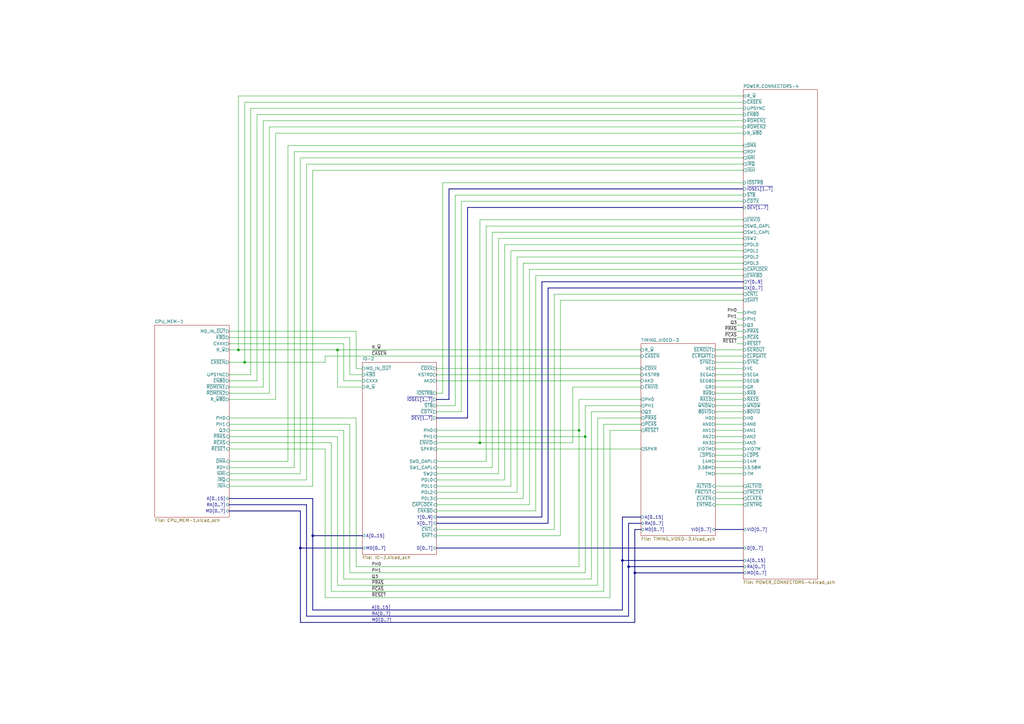
<source format=kicad_sch>
(kicad_sch
	(version 20250114)
	(generator "eeschema")
	(generator_version "9.0")
	(uuid "3f3e1c1f-d207-45e1-b4f8-d36736c7f86b")
	(paper "A3")
	(title_block
		(title "Apple IIe Computer (NTSC) 050-0051-D")
		(rev "2")
	)
	(lib_symbols)
	(junction
		(at 100.33 148.59)
		(diameter 0)
		(color 0 0 0 0)
		(uuid "0223486f-5f94-4abe-b36b-6b8fc0ba0916")
	)
	(junction
		(at 123.19 224.79)
		(diameter 0)
		(color 0 0 0 0)
		(uuid "41d443c0-6fe0-417c-8cca-197b067c575a")
	)
	(junction
		(at 128.27 219.71)
		(diameter 0)
		(color 0 0 0 0)
		(uuid "73b2d213-e88b-4441-8e09-f502e5a633a7")
	)
	(junction
		(at 237.49 176.53)
		(diameter 0)
		(color 0 0 0 0)
		(uuid "770178fa-5674-4d00-9997-3dba7ce4018a")
	)
	(junction
		(at 138.43 143.51)
		(diameter 0)
		(color 0 0 0 0)
		(uuid "a2bb403d-673a-4438-8a23-88e8403303c3")
	)
	(junction
		(at 97.79 143.51)
		(diameter 0)
		(color 0 0 0 0)
		(uuid "a6f79884-9c5f-4118-a61c-5be9589e3328")
	)
	(junction
		(at 255.27 229.87)
		(diameter 0)
		(color 0 0 0 0)
		(uuid "bcdf4bba-6e89-4fc5-a674-11441167286f")
	)
	(junction
		(at 257.81 232.41)
		(diameter 0)
		(color 0 0 0 0)
		(uuid "c693f394-cbf9-4267-82d7-42d9fed52b25")
	)
	(junction
		(at 260.35 234.95)
		(diameter 0)
		(color 0 0 0 0)
		(uuid "c88ad125-aa09-4424-8289-38ad9c9b4f5f")
	)
	(junction
		(at 196.85 181.61)
		(diameter 0)
		(color 0 0 0 0)
		(uuid "e29e526a-d328-4303-8670-00ae5e4a68f6")
	)
	(junction
		(at 240.03 179.07)
		(diameter 0)
		(color 0 0 0 0)
		(uuid "fb13f449-23c9-48a7-9ad3-6f08e7d5f9ac")
	)
	(bus
		(pts
			(xy 260.35 234.95) (xy 260.35 255.27)
		)
		(stroke
			(width 0)
			(type default)
		)
		(uuid "009b748a-5445-456c-8bb1-e17cf68c0e5c")
	)
	(bus
		(pts
			(xy 222.25 212.09) (xy 222.25 115.57)
		)
		(stroke
			(width 0)
			(type default)
		)
		(uuid "00dad8c7-b241-4852-abd0-3d2e4eaad4fb")
	)
	(bus
		(pts
			(xy 128.27 204.47) (xy 128.27 219.71)
		)
		(stroke
			(width 0)
			(type default)
		)
		(uuid "02154d57-b1d4-49db-806a-597a45bc6dc0")
	)
	(wire
		(pts
			(xy 189.23 82.55) (xy 189.23 168.91)
		)
		(stroke
			(width 0)
			(type default)
		)
		(uuid "029bdbd9-05eb-4c22-9b91-c83e79add201")
	)
	(wire
		(pts
			(xy 102.87 153.67) (xy 102.87 44.45)
		)
		(stroke
			(width 0)
			(type default)
		)
		(uuid "02f4b94c-6233-4e80-98ff-8b9a72789104")
	)
	(wire
		(pts
			(xy 181.61 161.29) (xy 181.61 74.93)
		)
		(stroke
			(width 0)
			(type default)
		)
		(uuid "038165b9-aac0-4259-919e-94aa961b0523")
	)
	(bus
		(pts
			(xy 128.27 219.71) (xy 148.59 219.71)
		)
		(stroke
			(width 0)
			(type default)
		)
		(uuid "03932d63-89e1-4a6e-b9ca-4c258c89c1c9")
	)
	(wire
		(pts
			(xy 140.97 156.21) (xy 140.97 140.97)
		)
		(stroke
			(width 0)
			(type default)
		)
		(uuid "03f4277d-030b-471e-b834-ad3a0f0905e3")
	)
	(wire
		(pts
			(xy 179.07 166.37) (xy 186.69 166.37)
		)
		(stroke
			(width 0)
			(type default)
		)
		(uuid "04039cdc-41f1-40d1-80e4-ccb674e93945")
	)
	(wire
		(pts
			(xy 234.95 158.75) (xy 262.89 158.75)
		)
		(stroke
			(width 0)
			(type default)
		)
		(uuid "041fb888-0e06-4d53-828a-a26cc1a7db1c")
	)
	(wire
		(pts
			(xy 304.8 82.55) (xy 189.23 82.55)
		)
		(stroke
			(width 0)
			(type default)
		)
		(uuid "0499d3fa-8b74-4ca3-8750-d56692f0018d")
	)
	(wire
		(pts
			(xy 105.41 46.99) (xy 105.41 156.21)
		)
		(stroke
			(width 0)
			(type default)
		)
		(uuid "07b1cdd6-a87e-4fcd-8d62-6d031c40a4a4")
	)
	(wire
		(pts
			(xy 293.37 201.93) (xy 304.8 201.93)
		)
		(stroke
			(width 0)
			(type default)
		)
		(uuid "08c92447-5c64-4b24-95bd-7bf8561c2205")
	)
	(wire
		(pts
			(xy 242.57 237.49) (xy 242.57 168.91)
		)
		(stroke
			(width 0)
			(type default)
		)
		(uuid "090fda53-f0e9-48e0-8fc6-e09513edd1f2")
	)
	(wire
		(pts
			(xy 128.27 69.85) (xy 128.27 199.39)
		)
		(stroke
			(width 0)
			(type default)
		)
		(uuid "098d7e0c-6740-4353-95c0-ba04b8a24ef4")
	)
	(wire
		(pts
			(xy 120.65 191.77) (xy 93.98 191.77)
		)
		(stroke
			(width 0)
			(type default)
		)
		(uuid "0b928fa8-ce2a-4f6e-a125-127d543cd5fa")
	)
	(wire
		(pts
			(xy 304.8 123.19) (xy 229.87 123.19)
		)
		(stroke
			(width 0)
			(type default)
		)
		(uuid "0bcda3fc-a6f5-420e-b2a0-9b68bdad188a")
	)
	(wire
		(pts
			(xy 125.73 196.85) (xy 93.98 196.85)
		)
		(stroke
			(width 0)
			(type default)
		)
		(uuid "0e51a848-1ac4-4f66-af0e-d2a1e1e7484f")
	)
	(wire
		(pts
			(xy 146.05 151.13) (xy 146.05 135.89)
		)
		(stroke
			(width 0)
			(type default)
		)
		(uuid "0e8c4123-fefa-4563-8c80-c530ac8ebe15")
	)
	(wire
		(pts
			(xy 135.89 242.57) (xy 135.89 181.61)
		)
		(stroke
			(width 0)
			(type default)
		)
		(uuid "0f6395c0-7fc9-4fa8-b2ce-90ae0b751efd")
	)
	(wire
		(pts
			(xy 93.98 194.31) (xy 123.19 194.31)
		)
		(stroke
			(width 0)
			(type default)
		)
		(uuid "105b497f-f4a0-480b-972c-4437941df7a0")
	)
	(bus
		(pts
			(xy 123.19 224.79) (xy 148.59 224.79)
		)
		(stroke
			(width 0)
			(type default)
		)
		(uuid "106a6020-d7dd-44b0-8869-04df31a44ba1")
	)
	(bus
		(pts
			(xy 123.19 255.27) (xy 260.35 255.27)
		)
		(stroke
			(width 0)
			(type default)
		)
		(uuid "12676243-0e27-4f05-bd02-0b7f73d16b4e")
	)
	(wire
		(pts
			(xy 237.49 232.41) (xy 146.05 232.41)
		)
		(stroke
			(width 0)
			(type default)
		)
		(uuid "134bd45c-30eb-4396-bc3d-16003c86d4d6")
	)
	(wire
		(pts
			(xy 293.37 204.47) (xy 304.8 204.47)
		)
		(stroke
			(width 0)
			(type default)
		)
		(uuid "15217805-cc04-48da-87ff-6eb2f70b51d5")
	)
	(bus
		(pts
			(xy 224.79 118.11) (xy 224.79 214.63)
		)
		(stroke
			(width 0)
			(type default)
		)
		(uuid "16e8e473-7ca0-40c7-a905-f008d9d41b51")
	)
	(wire
		(pts
			(xy 262.89 163.83) (xy 237.49 163.83)
		)
		(stroke
			(width 0)
			(type default)
		)
		(uuid "18b9616b-86ff-4414-8c4e-9db9b23ed3d5")
	)
	(wire
		(pts
			(xy 250.19 245.11) (xy 133.35 245.11)
		)
		(stroke
			(width 0)
			(type default)
		)
		(uuid "1ba83194-632a-4e7e-a8a3-6ff7b508c64a")
	)
	(wire
		(pts
			(xy 293.37 181.61) (xy 304.8 181.61)
		)
		(stroke
			(width 0)
			(type default)
		)
		(uuid "1c08913c-cfc9-4a90-a7bd-0e4825f0db88")
	)
	(bus
		(pts
			(xy 257.81 232.41) (xy 257.81 252.73)
		)
		(stroke
			(width 0)
			(type default)
		)
		(uuid "1c587855-3e45-4fc7-83cd-fc1ef4931dc3")
	)
	(wire
		(pts
			(xy 143.51 234.95) (xy 143.51 173.99)
		)
		(stroke
			(width 0)
			(type default)
		)
		(uuid "1d10e619-4884-4999-bbf6-81b5a81947ea")
	)
	(wire
		(pts
			(xy 201.93 95.25) (xy 201.93 191.77)
		)
		(stroke
			(width 0)
			(type default)
		)
		(uuid "1f423d34-658d-4141-a6cc-028bc08e8d6e")
	)
	(wire
		(pts
			(xy 146.05 135.89) (xy 93.98 135.89)
		)
		(stroke
			(width 0)
			(type default)
		)
		(uuid "2091bcd5-7568-415c-a593-188efb4f5326")
	)
	(wire
		(pts
			(xy 201.93 191.77) (xy 179.07 191.77)
		)
		(stroke
			(width 0)
			(type default)
		)
		(uuid "22119571-f91d-4618-bea3-59c512828fee")
	)
	(wire
		(pts
			(xy 204.47 97.79) (xy 304.8 97.79)
		)
		(stroke
			(width 0)
			(type default)
		)
		(uuid "226712fb-15db-467b-9630-d204a815bacc")
	)
	(wire
		(pts
			(xy 93.98 158.75) (xy 107.95 158.75)
		)
		(stroke
			(width 0)
			(type default)
		)
		(uuid "22cae172-4b5d-4175-88d7-7eb67f39a9dc")
	)
	(bus
		(pts
			(xy 123.19 209.55) (xy 123.19 224.79)
		)
		(stroke
			(width 0)
			(type default)
		)
		(uuid "24ecf6b4-eac6-4b3f-afda-2cabdaed019f")
	)
	(bus
		(pts
			(xy 128.27 250.19) (xy 255.27 250.19)
		)
		(stroke
			(width 0)
			(type default)
		)
		(uuid "275cade3-7c08-4307-a871-f61bea59d25c")
	)
	(wire
		(pts
			(xy 148.59 156.21) (xy 140.97 156.21)
		)
		(stroke
			(width 0)
			(type default)
		)
		(uuid "28002490-c2a9-4687-8be3-ae28a12de0de")
	)
	(wire
		(pts
			(xy 302.26 128.27) (xy 304.8 128.27)
		)
		(stroke
			(width 0)
			(type default)
		)
		(uuid "2a3962d5-41f8-42aa-aae5-dfd8a896cc01")
	)
	(wire
		(pts
			(xy 133.35 184.15) (xy 93.98 184.15)
		)
		(stroke
			(width 0)
			(type default)
		)
		(uuid "2bd2d596-a756-4a6d-956f-ebf2100e62bd")
	)
	(bus
		(pts
			(xy 123.19 224.79) (xy 123.19 255.27)
		)
		(stroke
			(width 0)
			(type default)
		)
		(uuid "2c616050-fc28-4c40-8137-ca54c145c94e")
	)
	(wire
		(pts
			(xy 199.39 92.71) (xy 304.8 92.71)
		)
		(stroke
			(width 0)
			(type default)
		)
		(uuid "307cfd46-d83f-435a-9bbe-41bc18604b6e")
	)
	(wire
		(pts
			(xy 293.37 189.23) (xy 304.8 189.23)
		)
		(stroke
			(width 0)
			(type default)
		)
		(uuid "31189a3c-6301-4b85-9bc5-e48e23001707")
	)
	(wire
		(pts
			(xy 262.89 146.05) (xy 133.35 146.05)
		)
		(stroke
			(width 0)
			(type default)
		)
		(uuid "32a7e27b-647b-47c0-be8c-ec442d2a5d83")
	)
	(wire
		(pts
			(xy 110.49 52.07) (xy 110.49 161.29)
		)
		(stroke
			(width 0)
			(type default)
		)
		(uuid "3315501e-0761-4220-87d5-2b7769b008d2")
	)
	(wire
		(pts
			(xy 240.03 179.07) (xy 179.07 179.07)
		)
		(stroke
			(width 0)
			(type default)
		)
		(uuid "33bc6d3b-8310-44e7-a1b6-0f38dfd2ac33")
	)
	(wire
		(pts
			(xy 196.85 90.17) (xy 196.85 181.61)
		)
		(stroke
			(width 0)
			(type default)
		)
		(uuid "340eb72d-aaa4-47b0-946f-7d0989fa22dd")
	)
	(wire
		(pts
			(xy 186.69 166.37) (xy 186.69 80.01)
		)
		(stroke
			(width 0)
			(type default)
		)
		(uuid "34eec848-170d-4d33-87df-930c0b79e950")
	)
	(wire
		(pts
			(xy 302.26 140.97) (xy 304.8 140.97)
		)
		(stroke
			(width 0)
			(type default)
		)
		(uuid "35f3a9e2-d1f9-4e73-a4e1-f075824184cc")
	)
	(wire
		(pts
			(xy 293.37 171.45) (xy 304.8 171.45)
		)
		(stroke
			(width 0)
			(type default)
		)
		(uuid "36e23684-fba7-45cd-b625-2cd8b872de3d")
	)
	(wire
		(pts
			(xy 237.49 163.83) (xy 237.49 176.53)
		)
		(stroke
			(width 0)
			(type default)
		)
		(uuid "372d7715-3235-49a6-87c9-a96f791ffcd1")
	)
	(wire
		(pts
			(xy 110.49 161.29) (xy 93.98 161.29)
		)
		(stroke
			(width 0)
			(type default)
		)
		(uuid "37ecf05f-a653-45d7-9497-2e8f2626b7dd")
	)
	(wire
		(pts
			(xy 237.49 176.53) (xy 237.49 232.41)
		)
		(stroke
			(width 0)
			(type default)
		)
		(uuid "3897dc4d-3dc8-4e35-b492-3426b6447221")
	)
	(wire
		(pts
			(xy 304.8 105.41) (xy 212.09 105.41)
		)
		(stroke
			(width 0)
			(type default)
		)
		(uuid "3a033762-3afd-40f8-9ec7-1fe3c3191e7a")
	)
	(wire
		(pts
			(xy 196.85 181.61) (xy 234.95 181.61)
		)
		(stroke
			(width 0)
			(type default)
		)
		(uuid "3d36c6ec-bfd9-4b9c-9645-855fe7244ae8")
	)
	(wire
		(pts
			(xy 217.17 207.01) (xy 217.17 110.49)
		)
		(stroke
			(width 0)
			(type default)
		)
		(uuid "3d5d552e-2b86-4ce6-8e64-1dee4362225a")
	)
	(bus
		(pts
			(xy 304.8 229.87) (xy 255.27 229.87)
		)
		(stroke
			(width 0)
			(type default)
		)
		(uuid "3e70bab0-5146-4761-a224-dd43b4ebd5fe")
	)
	(wire
		(pts
			(xy 247.65 173.99) (xy 247.65 242.57)
		)
		(stroke
			(width 0)
			(type default)
		)
		(uuid "3edd38af-7ec8-4bfd-b306-556a234b46c4")
	)
	(wire
		(pts
			(xy 293.37 173.99) (xy 304.8 173.99)
		)
		(stroke
			(width 0)
			(type default)
		)
		(uuid "4073c173-051b-4e80-9c90-73727d77c651")
	)
	(wire
		(pts
			(xy 97.79 143.51) (xy 97.79 39.37)
		)
		(stroke
			(width 0)
			(type default)
		)
		(uuid "427a2c95-3197-4f37-8c35-b694dab0005d")
	)
	(wire
		(pts
			(xy 212.09 105.41) (xy 212.09 201.93)
		)
		(stroke
			(width 0)
			(type default)
		)
		(uuid "43e80603-7961-4809-bd41-19aacb963390")
	)
	(wire
		(pts
			(xy 304.8 54.61) (xy 113.03 54.61)
		)
		(stroke
			(width 0)
			(type default)
		)
		(uuid "45a1bdee-fe42-4230-9890-fb1412044d99")
	)
	(wire
		(pts
			(xy 304.8 113.03) (xy 219.71 113.03)
		)
		(stroke
			(width 0)
			(type default)
		)
		(uuid "46456519-df13-450f-a504-f37c402037fc")
	)
	(wire
		(pts
			(xy 304.8 67.31) (xy 125.73 67.31)
		)
		(stroke
			(width 0)
			(type default)
		)
		(uuid "4655b307-3d87-4224-97b0-6eccd92717e8")
	)
	(wire
		(pts
			(xy 179.07 153.67) (xy 262.89 153.67)
		)
		(stroke
			(width 0)
			(type default)
		)
		(uuid "469fb395-72b9-42c9-af93-ac4476821363")
	)
	(wire
		(pts
			(xy 118.11 59.69) (xy 304.8 59.69)
		)
		(stroke
			(width 0)
			(type default)
		)
		(uuid "489e9790-df0a-4fcb-9a10-678324a8ab3c")
	)
	(wire
		(pts
			(xy 97.79 143.51) (xy 138.43 143.51)
		)
		(stroke
			(width 0)
			(type default)
		)
		(uuid "48ec9f17-7c5d-4d95-8fdd-2b7cf89f813a")
	)
	(bus
		(pts
			(xy 191.77 171.45) (xy 179.07 171.45)
		)
		(stroke
			(width 0)
			(type default)
		)
		(uuid "499f069d-fe32-4ee6-a439-937f7d3c7b45")
	)
	(wire
		(pts
			(xy 93.98 189.23) (xy 118.11 189.23)
		)
		(stroke
			(width 0)
			(type default)
		)
		(uuid "49c05434-5e88-4487-9f51-f57ddffbdbd0")
	)
	(wire
		(pts
			(xy 148.59 158.75) (xy 138.43 158.75)
		)
		(stroke
			(width 0)
			(type default)
		)
		(uuid "4af87f73-33d6-46e1-a6b2-3420ac1e751d")
	)
	(bus
		(pts
			(xy 304.8 77.47) (xy 184.15 77.47)
		)
		(stroke
			(width 0)
			(type default)
		)
		(uuid "4ebc4183-cae5-440e-99bc-376712571b15")
	)
	(wire
		(pts
			(xy 179.07 217.17) (xy 227.33 217.17)
		)
		(stroke
			(width 0)
			(type default)
		)
		(uuid "51093f69-8301-477e-9f22-cd1c0269a104")
	)
	(bus
		(pts
			(xy 179.07 212.09) (xy 222.25 212.09)
		)
		(stroke
			(width 0)
			(type default)
		)
		(uuid "55d96b04-97a4-4ee5-b893-75f299dd206b")
	)
	(wire
		(pts
			(xy 179.07 161.29) (xy 181.61 161.29)
		)
		(stroke
			(width 0)
			(type default)
		)
		(uuid "56023eb4-379a-4e75-9ec1-ec7a5d0007eb")
	)
	(wire
		(pts
			(xy 146.05 171.45) (xy 93.98 171.45)
		)
		(stroke
			(width 0)
			(type default)
		)
		(uuid "57abbfb1-0aba-47dd-a175-7a7aac9e58f4")
	)
	(wire
		(pts
			(xy 204.47 194.31) (xy 179.07 194.31)
		)
		(stroke
			(width 0)
			(type default)
		)
		(uuid "57cdbfef-0d19-4666-a6dc-e2888b7ddea0")
	)
	(wire
		(pts
			(xy 102.87 44.45) (xy 304.8 44.45)
		)
		(stroke
			(width 0)
			(type default)
		)
		(uuid "5ac4bfd4-0027-4693-b26f-26e99a7c482b")
	)
	(wire
		(pts
			(xy 247.65 242.57) (xy 135.89 242.57)
		)
		(stroke
			(width 0)
			(type default)
		)
		(uuid "5b76c74c-3f67-40f6-a085-9f39239065bf")
	)
	(wire
		(pts
			(xy 179.07 199.39) (xy 209.55 199.39)
		)
		(stroke
			(width 0)
			(type default)
		)
		(uuid "5ca5c409-77ef-4fa4-8235-0040b3758ed6")
	)
	(wire
		(pts
			(xy 143.51 153.67) (xy 143.51 138.43)
		)
		(stroke
			(width 0)
			(type default)
		)
		(uuid "5ca71008-c5a5-4a67-9b83-d497adcafd2e")
	)
	(wire
		(pts
			(xy 138.43 179.07) (xy 138.43 240.03)
		)
		(stroke
			(width 0)
			(type default)
		)
		(uuid "5dbd88a9-93c9-4e1a-850a-6b18d4c4dc71")
	)
	(wire
		(pts
			(xy 179.07 207.01) (xy 217.17 207.01)
		)
		(stroke
			(width 0)
			(type default)
		)
		(uuid "5dc71733-7071-4ba9-bbad-c5300fd88507")
	)
	(wire
		(pts
			(xy 179.07 189.23) (xy 199.39 189.23)
		)
		(stroke
			(width 0)
			(type default)
		)
		(uuid "60cb452e-37c2-47da-b698-390520c7388c")
	)
	(wire
		(pts
			(xy 304.8 46.99) (xy 105.41 46.99)
		)
		(stroke
			(width 0)
			(type default)
		)
		(uuid "634b5859-9e99-4e92-8dea-788bd0df8659")
	)
	(wire
		(pts
			(xy 302.26 135.89) (xy 304.8 135.89)
		)
		(stroke
			(width 0)
			(type default)
		)
		(uuid "656bf263-f80a-4f06-b78e-462ad950720a")
	)
	(wire
		(pts
			(xy 242.57 168.91) (xy 262.89 168.91)
		)
		(stroke
			(width 0)
			(type default)
		)
		(uuid "664f9b70-5eb1-4470-b0a8-19412ed2dd1c")
	)
	(wire
		(pts
			(xy 138.43 158.75) (xy 138.43 143.51)
		)
		(stroke
			(width 0)
			(type default)
		)
		(uuid "66b7fc4c-64e7-4afb-94a5-bea43d756851")
	)
	(wire
		(pts
			(xy 293.37 151.13) (xy 304.8 151.13)
		)
		(stroke
			(width 0)
			(type default)
		)
		(uuid "66da04cd-c950-4ad6-acda-3bdf85e2f0ac")
	)
	(wire
		(pts
			(xy 293.37 158.75) (xy 304.8 158.75)
		)
		(stroke
			(width 0)
			(type default)
		)
		(uuid "6c26846d-4c95-4fb0-8323-9a6d2352f02b")
	)
	(bus
		(pts
			(xy 255.27 229.87) (xy 255.27 250.19)
		)
		(stroke
			(width 0)
			(type default)
		)
		(uuid "6d6179cd-f94e-4245-8799-555df8804815")
	)
	(wire
		(pts
			(xy 209.55 102.87) (xy 304.8 102.87)
		)
		(stroke
			(width 0)
			(type default)
		)
		(uuid "6db0195c-ea9c-4e18-abd9-07a2ebdc9a5b")
	)
	(wire
		(pts
			(xy 214.63 107.95) (xy 214.63 204.47)
		)
		(stroke
			(width 0)
			(type default)
		)
		(uuid "6dc78db6-cb4e-481c-830b-408adcbb702e")
	)
	(wire
		(pts
			(xy 293.37 176.53) (xy 304.8 176.53)
		)
		(stroke
			(width 0)
			(type default)
		)
		(uuid "72df3df4-1836-4f36-8bda-e12e5c04ff04")
	)
	(wire
		(pts
			(xy 293.37 166.37) (xy 304.8 166.37)
		)
		(stroke
			(width 0)
			(type default)
		)
		(uuid "741d6b9b-54e2-4303-a074-72a5c62cf8ff")
	)
	(wire
		(pts
			(xy 181.61 74.93) (xy 304.8 74.93)
		)
		(stroke
			(width 0)
			(type default)
		)
		(uuid "74add749-9675-4eee-b107-66fd2721ca45")
	)
	(wire
		(pts
			(xy 293.37 161.29) (xy 304.8 161.29)
		)
		(stroke
			(width 0)
			(type default)
		)
		(uuid "76ffdc66-f890-49e9-a2fc-de5cb3b8202b")
	)
	(wire
		(pts
			(xy 128.27 199.39) (xy 93.98 199.39)
		)
		(stroke
			(width 0)
			(type default)
		)
		(uuid "78493e91-d8cc-4864-ac19-149653af8369")
	)
	(wire
		(pts
			(xy 186.69 80.01) (xy 304.8 80.01)
		)
		(stroke
			(width 0)
			(type default)
		)
		(uuid "79761c53-2d8b-4797-9e4d-a6c15afdd620")
	)
	(wire
		(pts
			(xy 293.37 163.83) (xy 304.8 163.83)
		)
		(stroke
			(width 0)
			(type default)
		)
		(uuid "7aaa0bb0-2db7-4477-9740-dc7ec0a44f58")
	)
	(bus
		(pts
			(xy 125.73 207.01) (xy 125.73 252.73)
		)
		(stroke
			(width 0)
			(type default)
		)
		(uuid "7c5f3448-19f1-4375-8397-012d59d868d9")
	)
	(wire
		(pts
			(xy 100.33 148.59) (xy 133.35 148.59)
		)
		(stroke
			(width 0)
			(type default)
		)
		(uuid "7c9a7006-451a-4821-bd96-10b9e5410371")
	)
	(wire
		(pts
			(xy 240.03 166.37) (xy 240.03 179.07)
		)
		(stroke
			(width 0)
			(type default)
		)
		(uuid "7d992b21-e89f-4645-bbcf-a03821aca594")
	)
	(wire
		(pts
			(xy 93.98 153.67) (xy 102.87 153.67)
		)
		(stroke
			(width 0)
			(type default)
		)
		(uuid "7ecf686a-399c-4572-8de2-22cffd49be14")
	)
	(wire
		(pts
			(xy 293.37 168.91) (xy 304.8 168.91)
		)
		(stroke
			(width 0)
			(type default)
		)
		(uuid "7f133316-27dc-4162-8f2a-b639b85df8c8")
	)
	(wire
		(pts
			(xy 240.03 234.95) (xy 143.51 234.95)
		)
		(stroke
			(width 0)
			(type default)
		)
		(uuid "81945004-75f0-4149-a60d-1261d69924ec")
	)
	(wire
		(pts
			(xy 209.55 199.39) (xy 209.55 102.87)
		)
		(stroke
			(width 0)
			(type default)
		)
		(uuid "8213def8-edb1-4012-be09-922b19605a45")
	)
	(wire
		(pts
			(xy 293.37 186.69) (xy 304.8 186.69)
		)
		(stroke
			(width 0)
			(type default)
		)
		(uuid "825dc072-695e-4a7f-a5f9-76cf4b54579d")
	)
	(bus
		(pts
			(xy 304.8 232.41) (xy 257.81 232.41)
		)
		(stroke
			(width 0)
			(type default)
		)
		(uuid "8569552e-2751-4dde-a0a7-ca1cbbd2e1e5")
	)
	(wire
		(pts
			(xy 229.87 123.19) (xy 229.87 219.71)
		)
		(stroke
			(width 0)
			(type default)
		)
		(uuid "8a62358b-a383-49fd-9d72-27e8b1949b98")
	)
	(wire
		(pts
			(xy 140.97 140.97) (xy 93.98 140.97)
		)
		(stroke
			(width 0)
			(type default)
		)
		(uuid "8ae15989-19cc-4807-a825-77441427ded7")
	)
	(wire
		(pts
			(xy 262.89 171.45) (xy 245.11 171.45)
		)
		(stroke
			(width 0)
			(type default)
		)
		(uuid "8ce91392-1301-44c0-a96d-abcd3e69e0c0")
	)
	(wire
		(pts
			(xy 179.07 151.13) (xy 262.89 151.13)
		)
		(stroke
			(width 0)
			(type default)
		)
		(uuid "8d9b56a6-98e8-4447-89ed-73081f457d30")
	)
	(wire
		(pts
			(xy 293.37 156.21) (xy 304.8 156.21)
		)
		(stroke
			(width 0)
			(type default)
		)
		(uuid "8e501f0c-a9df-4584-856d-ac2a10871515")
	)
	(bus
		(pts
			(xy 222.25 115.57) (xy 304.8 115.57)
		)
		(stroke
			(width 0)
			(type default)
		)
		(uuid "8f9f3dad-e955-4ae5-9560-d64f3f8a2af1")
	)
	(wire
		(pts
			(xy 217.17 110.49) (xy 304.8 110.49)
		)
		(stroke
			(width 0)
			(type default)
		)
		(uuid "9010a08d-0a21-46b6-a45d-f2f60849df6b")
	)
	(wire
		(pts
			(xy 118.11 189.23) (xy 118.11 59.69)
		)
		(stroke
			(width 0)
			(type default)
		)
		(uuid "91c7e527-22fa-45de-a6b4-9adba8dccedb")
	)
	(wire
		(pts
			(xy 204.47 194.31) (xy 204.47 97.79)
		)
		(stroke
			(width 0)
			(type default)
		)
		(uuid "924118ae-caea-4b1e-9f71-505a0d3f497a")
	)
	(wire
		(pts
			(xy 107.95 158.75) (xy 107.95 49.53)
		)
		(stroke
			(width 0)
			(type default)
		)
		(uuid "9373386c-bc17-4242-89cd-806c2bf4ef25")
	)
	(bus
		(pts
			(xy 179.07 224.79) (xy 304.8 224.79)
		)
		(stroke
			(width 0)
			(type default)
		)
		(uuid "958c4501-76cc-40bc-a4a7-95cc6fac60f7")
	)
	(wire
		(pts
			(xy 262.89 173.99) (xy 247.65 173.99)
		)
		(stroke
			(width 0)
			(type default)
		)
		(uuid "9594d3bd-4bce-4c98-9627-26256fc0fc17")
	)
	(wire
		(pts
			(xy 212.09 201.93) (xy 179.07 201.93)
		)
		(stroke
			(width 0)
			(type default)
		)
		(uuid "965679d8-7dd0-46c0-bdd0-db9e8b7366de")
	)
	(bus
		(pts
			(xy 224.79 214.63) (xy 179.07 214.63)
		)
		(stroke
			(width 0)
			(type default)
		)
		(uuid "97a9ef51-30c5-48ca-9ea1-334fc74f80af")
	)
	(bus
		(pts
			(xy 191.77 85.09) (xy 191.77 171.45)
		)
		(stroke
			(width 0)
			(type default)
		)
		(uuid "9942b690-7e00-476b-912b-009d9800181f")
	)
	(bus
		(pts
			(xy 93.98 204.47) (xy 128.27 204.47)
		)
		(stroke
			(width 0)
			(type default)
		)
		(uuid "9d336fe2-baaa-454b-8b3b-fa4bb68c04de")
	)
	(wire
		(pts
			(xy 240.03 179.07) (xy 240.03 234.95)
		)
		(stroke
			(width 0)
			(type default)
		)
		(uuid "9dc45991-4fc8-40f6-8538-8dd4fa504bba")
	)
	(wire
		(pts
			(xy 143.51 173.99) (xy 93.98 173.99)
		)
		(stroke
			(width 0)
			(type default)
		)
		(uuid "9fb2ffee-fb51-4b93-a042-d29d7b87e8bd")
	)
	(wire
		(pts
			(xy 293.37 146.05) (xy 304.8 146.05)
		)
		(stroke
			(width 0)
			(type default)
		)
		(uuid "9fdc9d54-326b-4fd8-b575-015ddcf895f7")
	)
	(wire
		(pts
			(xy 189.23 168.91) (xy 179.07 168.91)
		)
		(stroke
			(width 0)
			(type default)
		)
		(uuid "a10acc8a-137d-4f0c-a7f4-1595bafd014f")
	)
	(wire
		(pts
			(xy 219.71 209.55) (xy 179.07 209.55)
		)
		(stroke
			(width 0)
			(type default)
		)
		(uuid "a5173b43-35a7-42c7-8661-d1ccecb1baf6")
	)
	(wire
		(pts
			(xy 302.26 133.35) (xy 304.8 133.35)
		)
		(stroke
			(width 0)
			(type default)
		)
		(uuid "a65b78f0-a6ce-401f-ae59-e9ee7c6f507c")
	)
	(bus
		(pts
			(xy 184.15 163.83) (xy 179.07 163.83)
		)
		(stroke
			(width 0)
			(type default)
		)
		(uuid "a7fcc033-7a53-4ddb-87f5-38a69a2b9e4e")
	)
	(wire
		(pts
			(xy 219.71 113.03) (xy 219.71 209.55)
		)
		(stroke
			(width 0)
			(type default)
		)
		(uuid "a81b2cf7-5d3f-4ff4-b415-cfa1b8364df3")
	)
	(bus
		(pts
			(xy 293.37 217.17) (xy 304.8 217.17)
		)
		(stroke
			(width 0)
			(type default)
		)
		(uuid "a95a4448-7e38-4c43-9171-efee3e03f69d")
	)
	(wire
		(pts
			(xy 138.43 179.07) (xy 93.98 179.07)
		)
		(stroke
			(width 0)
			(type default)
		)
		(uuid "abca97e0-2e8d-462e-b387-7e37ae982231")
	)
	(bus
		(pts
			(xy 304.8 234.95) (xy 260.35 234.95)
		)
		(stroke
			(width 0)
			(type default)
		)
		(uuid "abf44ffc-9edb-4d31-a0d9-5450e522f2a3")
	)
	(wire
		(pts
			(xy 140.97 237.49) (xy 242.57 237.49)
		)
		(stroke
			(width 0)
			(type default)
		)
		(uuid "ac70af44-f4d2-469a-aa48-d1f7d7a7e7e7")
	)
	(bus
		(pts
			(xy 93.98 207.01) (xy 125.73 207.01)
		)
		(stroke
			(width 0)
			(type default)
		)
		(uuid "af37cd17-d498-48e5-8b5f-4ea84408e1bf")
	)
	(wire
		(pts
			(xy 148.59 153.67) (xy 143.51 153.67)
		)
		(stroke
			(width 0)
			(type default)
		)
		(uuid "b19a36c8-45c4-4e8b-894c-c19d97ee442d")
	)
	(bus
		(pts
			(xy 260.35 217.17) (xy 260.35 234.95)
		)
		(stroke
			(width 0)
			(type default)
		)
		(uuid "b1e41617-59d3-4314-985e-6a50378e6d7f")
	)
	(wire
		(pts
			(xy 199.39 189.23) (xy 199.39 92.71)
		)
		(stroke
			(width 0)
			(type default)
		)
		(uuid "b21eb90e-9a9c-48fd-bd04-7ced99095024")
	)
	(wire
		(pts
			(xy 93.98 148.59) (xy 100.33 148.59)
		)
		(stroke
			(width 0)
			(type default)
		)
		(uuid "b38e0649-e65a-452e-a42f-55366ee5d510")
	)
	(bus
		(pts
			(xy 255.27 212.09) (xy 255.27 229.87)
		)
		(stroke
			(width 0)
			(type default)
		)
		(uuid "b418e00b-4eda-46c0-8e44-9b603aae71d5")
	)
	(wire
		(pts
			(xy 304.8 62.23) (xy 120.65 62.23)
		)
		(stroke
			(width 0)
			(type default)
		)
		(uuid "b49faaa3-9ab6-4121-a291-d665f0bd7370")
	)
	(wire
		(pts
			(xy 214.63 204.47) (xy 179.07 204.47)
		)
		(stroke
			(width 0)
			(type default)
		)
		(uuid "b5661ece-c253-4717-aa21-355a3e1cc3b7")
	)
	(wire
		(pts
			(xy 304.8 107.95) (xy 214.63 107.95)
		)
		(stroke
			(width 0)
			(type default)
		)
		(uuid "b5fed8d1-04fd-4095-8d07-5fb23823d984")
	)
	(wire
		(pts
			(xy 133.35 245.11) (xy 133.35 184.15)
		)
		(stroke
			(width 0)
			(type default)
		)
		(uuid "b6fda036-ac90-44d1-b912-b78274688562")
	)
	(wire
		(pts
			(xy 302.26 130.81) (xy 304.8 130.81)
		)
		(stroke
			(width 0)
			(type default)
		)
		(uuid "b7006cbc-138c-4242-aba1-4556e3d060c7")
	)
	(wire
		(pts
			(xy 100.33 41.91) (xy 100.33 148.59)
		)
		(stroke
			(width 0)
			(type default)
		)
		(uuid "b73ba924-0b47-47a8-a60c-3e6b7b1164c7")
	)
	(wire
		(pts
			(xy 140.97 176.53) (xy 140.97 237.49)
		)
		(stroke
			(width 0)
			(type default)
		)
		(uuid "b760925e-3a0d-44c7-9641-2c66cabe601b")
	)
	(wire
		(pts
			(xy 143.51 138.43) (xy 93.98 138.43)
		)
		(stroke
			(width 0)
			(type default)
		)
		(uuid "b7982f68-a0cc-4915-bf09-3ec11fbb5501")
	)
	(wire
		(pts
			(xy 138.43 143.51) (xy 262.89 143.51)
		)
		(stroke
			(width 0)
			(type default)
		)
		(uuid "b7d50d69-6ef7-40c8-92d5-d51960e0ab4a")
	)
	(wire
		(pts
			(xy 123.19 194.31) (xy 123.19 64.77)
		)
		(stroke
			(width 0)
			(type default)
		)
		(uuid "b7f0f41f-ffe1-4a12-8eb4-a4d11409dfa1")
	)
	(bus
		(pts
			(xy 184.15 77.47) (xy 184.15 163.83)
		)
		(stroke
			(width 0)
			(type default)
		)
		(uuid "b838722e-92b2-44bc-a5ef-e7e3f0a327a7")
	)
	(wire
		(pts
			(xy 245.11 171.45) (xy 245.11 240.03)
		)
		(stroke
			(width 0)
			(type default)
		)
		(uuid "be8e3687-044c-485b-8256-bc85a69adebc")
	)
	(wire
		(pts
			(xy 113.03 54.61) (xy 113.03 163.83)
		)
		(stroke
			(width 0)
			(type default)
		)
		(uuid "bf0abef4-36d0-4aca-9c86-af0ff9ea055a")
	)
	(wire
		(pts
			(xy 245.11 240.03) (xy 138.43 240.03)
		)
		(stroke
			(width 0)
			(type default)
		)
		(uuid "bfa1a32d-e13e-48c7-99b9-813c89c7269d")
	)
	(wire
		(pts
			(xy 97.79 39.37) (xy 304.8 39.37)
		)
		(stroke
			(width 0)
			(type default)
		)
		(uuid "c0862f00-a426-47fc-b0ed-d1afccb4c84f")
	)
	(bus
		(pts
			(xy 255.27 212.09) (xy 262.89 212.09)
		)
		(stroke
			(width 0)
			(type default)
		)
		(uuid "c099a4ff-29ea-4fc7-865d-230a94f91a7a")
	)
	(wire
		(pts
			(xy 179.07 156.21) (xy 262.89 156.21)
		)
		(stroke
			(width 0)
			(type default)
		)
		(uuid "c172e2c5-ebb4-4d24-b828-e2859b94d353")
	)
	(wire
		(pts
			(xy 107.95 49.53) (xy 304.8 49.53)
		)
		(stroke
			(width 0)
			(type default)
		)
		(uuid "c180416c-62e8-4da4-9057-a16b5f27c9cc")
	)
	(wire
		(pts
			(xy 304.8 41.91) (xy 100.33 41.91)
		)
		(stroke
			(width 0)
			(type default)
		)
		(uuid "c1f545c5-20b9-4e82-aef3-09e589c2268c")
	)
	(wire
		(pts
			(xy 304.8 90.17) (xy 196.85 90.17)
		)
		(stroke
			(width 0)
			(type default)
		)
		(uuid "c23dc0f9-5051-4a47-ac2d-c2f2934f6cf1")
	)
	(bus
		(pts
			(xy 304.8 118.11) (xy 224.79 118.11)
		)
		(stroke
			(width 0)
			(type default)
		)
		(uuid "c2edffb4-7de6-4d2a-8471-a3379cdbc213")
	)
	(wire
		(pts
			(xy 293.37 153.67) (xy 304.8 153.67)
		)
		(stroke
			(width 0)
			(type default)
		)
		(uuid "c371d76b-f239-43e5-a5f9-0d87c6525ebe")
	)
	(wire
		(pts
			(xy 262.89 176.53) (xy 250.19 176.53)
		)
		(stroke
			(width 0)
			(type default)
		)
		(uuid "c44ddc67-9797-41bd-b4fd-d189ba73e1da")
	)
	(wire
		(pts
			(xy 262.89 166.37) (xy 240.03 166.37)
		)
		(stroke
			(width 0)
			(type default)
		)
		(uuid "ce30806c-f02a-4924-b306-39cea901867b")
	)
	(wire
		(pts
			(xy 237.49 176.53) (xy 179.07 176.53)
		)
		(stroke
			(width 0)
			(type default)
		)
		(uuid "cfca4b87-2289-4084-821e-99fcf389c518")
	)
	(wire
		(pts
			(xy 113.03 163.83) (xy 93.98 163.83)
		)
		(stroke
			(width 0)
			(type default)
		)
		(uuid "d15413c5-a2c1-4704-a666-da681431dd77")
	)
	(wire
		(pts
			(xy 293.37 143.51) (xy 304.8 143.51)
		)
		(stroke
			(width 0)
			(type default)
		)
		(uuid "d5681196-1eaa-4e7d-b4d8-125fcb6635a3")
	)
	(wire
		(pts
			(xy 304.8 52.07) (xy 110.49 52.07)
		)
		(stroke
			(width 0)
			(type default)
		)
		(uuid "d57853f5-fc54-4c71-a5a1-1f77c38c3318")
	)
	(wire
		(pts
			(xy 93.98 176.53) (xy 140.97 176.53)
		)
		(stroke
			(width 0)
			(type default)
		)
		(uuid "d635b1ae-905a-4605-9326-a954cb3541ad")
	)
	(wire
		(pts
			(xy 133.35 146.05) (xy 133.35 148.59)
		)
		(stroke
			(width 0)
			(type default)
		)
		(uuid "d6d15f81-d055-4fe8-b9e1-f3c3eb1418f4")
	)
	(wire
		(pts
			(xy 93.98 143.51) (xy 97.79 143.51)
		)
		(stroke
			(width 0)
			(type default)
		)
		(uuid "d72e261e-f28e-474d-94bf-c929203535f2")
	)
	(bus
		(pts
			(xy 257.81 214.63) (xy 257.81 232.41)
		)
		(stroke
			(width 0)
			(type default)
		)
		(uuid "da0ba847-781d-4ddf-ae26-7d76a6ff2f3d")
	)
	(wire
		(pts
			(xy 229.87 219.71) (xy 179.07 219.71)
		)
		(stroke
			(width 0)
			(type default)
		)
		(uuid "da15e92b-ef79-427a-b7a0-1a8dcd406c2c")
	)
	(wire
		(pts
			(xy 227.33 217.17) (xy 227.33 120.65)
		)
		(stroke
			(width 0)
			(type default)
		)
		(uuid "db3a23b8-9231-4752-a529-a43c9cafeb35")
	)
	(bus
		(pts
			(xy 262.89 214.63) (xy 257.81 214.63)
		)
		(stroke
			(width 0)
			(type default)
		)
		(uuid "dbc65de6-dab4-41c2-8a99-745051568346")
	)
	(bus
		(pts
			(xy 93.98 209.55) (xy 123.19 209.55)
		)
		(stroke
			(width 0)
			(type default)
		)
		(uuid "dbca75d9-b67f-4ecf-9825-5782b69999b3")
	)
	(wire
		(pts
			(xy 135.89 181.61) (xy 93.98 181.61)
		)
		(stroke
			(width 0)
			(type default)
		)
		(uuid "de003b18-47dd-4dc4-b344-2c81cbd8caac")
	)
	(wire
		(pts
			(xy 262.89 184.15) (xy 179.07 184.15)
		)
		(stroke
			(width 0)
			(type default)
		)
		(uuid "de0954a7-1dcf-4a61-9f34-1df7fd4f83eb")
	)
	(wire
		(pts
			(xy 227.33 120.65) (xy 304.8 120.65)
		)
		(stroke
			(width 0)
			(type default)
		)
		(uuid "e035e563-f201-4237-ab82-0cf7b7ef4516")
	)
	(wire
		(pts
			(xy 293.37 194.31) (xy 304.8 194.31)
		)
		(stroke
			(width 0)
			(type default)
		)
		(uuid "e24a4503-1681-4c05-a386-a53888128d68")
	)
	(wire
		(pts
			(xy 105.41 156.21) (xy 93.98 156.21)
		)
		(stroke
			(width 0)
			(type default)
		)
		(uuid "e2b2a57a-e5fe-4625-bf54-d11a869717df")
	)
	(bus
		(pts
			(xy 262.89 217.17) (xy 260.35 217.17)
		)
		(stroke
			(width 0)
			(type default)
		)
		(uuid "e3d97880-b2ff-4e2e-b904-9a64941079e4")
	)
	(bus
		(pts
			(xy 304.8 85.09) (xy 191.77 85.09)
		)
		(stroke
			(width 0)
			(type default)
		)
		(uuid "e452103c-8d0a-4c25-8bb7-955fc35f2c47")
	)
	(wire
		(pts
			(xy 302.26 138.43) (xy 304.8 138.43)
		)
		(stroke
			(width 0)
			(type default)
		)
		(uuid "e54b9c8f-11f3-4155-89be-2b972d984acd")
	)
	(wire
		(pts
			(xy 293.37 199.39) (xy 304.8 199.39)
		)
		(stroke
			(width 0)
			(type default)
		)
		(uuid "e79ed974-d00a-4198-83d4-bd23649b764a")
	)
	(wire
		(pts
			(xy 293.37 148.59) (xy 304.8 148.59)
		)
		(stroke
			(width 0)
			(type default)
		)
		(uuid "e7e3ff4b-e528-4bf3-9231-753afd74fce4")
	)
	(wire
		(pts
			(xy 179.07 181.61) (xy 196.85 181.61)
		)
		(stroke
			(width 0)
			(type default)
		)
		(uuid "e882b121-5113-4272-b2d5-72eb4d5df002")
	)
	(wire
		(pts
			(xy 250.19 176.53) (xy 250.19 245.11)
		)
		(stroke
			(width 0)
			(type default)
		)
		(uuid "e9b3ba5d-5afb-443b-beda-e038c0a744a4")
	)
	(wire
		(pts
			(xy 125.73 67.31) (xy 125.73 196.85)
		)
		(stroke
			(width 0)
			(type default)
		)
		(uuid "e9d7f543-0b51-4c39-86d9-9ee4615e2599")
	)
	(bus
		(pts
			(xy 128.27 219.71) (xy 128.27 250.19)
		)
		(stroke
			(width 0)
			(type default)
		)
		(uuid "e9fdca77-ee40-4737-8cd1-9c213e3dc09f")
	)
	(wire
		(pts
			(xy 293.37 184.15) (xy 304.8 184.15)
		)
		(stroke
			(width 0)
			(type default)
		)
		(uuid "ea5fbf3b-de87-46b5-b2a4-b7c936603410")
	)
	(wire
		(pts
			(xy 123.19 64.77) (xy 304.8 64.77)
		)
		(stroke
			(width 0)
			(type default)
		)
		(uuid "ea84c552-678c-40b0-bcac-671f5a56599d")
	)
	(wire
		(pts
			(xy 207.01 196.85) (xy 179.07 196.85)
		)
		(stroke
			(width 0)
			(type default)
		)
		(uuid "ee58dc21-6267-4da1-ad1b-49de908ea8a5")
	)
	(wire
		(pts
			(xy 146.05 232.41) (xy 146.05 171.45)
		)
		(stroke
			(width 0)
			(type default)
		)
		(uuid "eecf9d15-d48c-4e7c-a5ce-694dd4127e46")
	)
	(wire
		(pts
			(xy 304.8 100.33) (xy 207.01 100.33)
		)
		(stroke
			(width 0)
			(type default)
		)
		(uuid "ef22297e-99db-4d50-8e32-ba3d409d0832")
	)
	(wire
		(pts
			(xy 234.95 181.61) (xy 234.95 158.75)
		)
		(stroke
			(width 0)
			(type default)
		)
		(uuid "eff1f915-119e-41e4-a3a7-ea092f5b6f57")
	)
	(wire
		(pts
			(xy 148.59 151.13) (xy 146.05 151.13)
		)
		(stroke
			(width 0)
			(type default)
		)
		(uuid "f02fed21-3fc3-46bc-8585-57e1c2779a92")
	)
	(wire
		(pts
			(xy 207.01 100.33) (xy 207.01 196.85)
		)
		(stroke
			(width 0)
			(type default)
		)
		(uuid "f44d6aff-8f12-47b2-aeff-d5669c53b65d")
	)
	(wire
		(pts
			(xy 120.65 62.23) (xy 120.65 191.77)
		)
		(stroke
			(width 0)
			(type default)
		)
		(uuid "f5a20315-c68a-45db-9485-851f50554595")
	)
	(wire
		(pts
			(xy 304.8 69.85) (xy 128.27 69.85)
		)
		(stroke
			(width 0)
			(type default)
		)
		(uuid "f6e9155c-d585-4430-85e0-7c0da359d2ab")
	)
	(bus
		(pts
			(xy 125.73 252.73) (xy 257.81 252.73)
		)
		(stroke
			(width 0)
			(type default)
		)
		(uuid "f7311902-0499-4609-af12-8e98bdd356f4")
	)
	(wire
		(pts
			(xy 293.37 207.01) (xy 304.8 207.01)
		)
		(stroke
			(width 0)
			(type default)
		)
		(uuid "f8f080ef-fb5c-4070-a7af-d1a0236bb71d")
	)
	(wire
		(pts
			(xy 293.37 191.77) (xy 304.8 191.77)
		)
		(stroke
			(width 0)
			(type default)
		)
		(uuid "fc39bee9-9efc-4033-a095-01fe944c284b")
	)
	(wire
		(pts
			(xy 293.37 179.07) (xy 304.8 179.07)
		)
		(stroke
			(width 0)
			(type default)
		)
		(uuid "fc5118ec-2f06-4b83-bcf1-3b8ae53ce884")
	)
	(wire
		(pts
			(xy 304.8 95.25) (xy 201.93 95.25)
		)
		(stroke
			(width 0)
			(type default)
		)
		(uuid "fc9c2c89-ee3c-4336-9df8-0a2eb8693024")
	)
	(label "A[0..15]"
		(at 152.4 250.19 0)
		(effects
			(font
				(size 1.27 1.27)
			)
			(justify left bottom)
		)
		(uuid "00934513-04fd-4e35-a3c9-617c43d39d15")
	)
	(label "Q3"
		(at 302.26 133.35 180)
		(effects
			(font
				(size 1.27 1.27)
			)
			(justify right bottom)
		)
		(uuid "08ecc41a-e75b-41a3-88cd-8e2b36e38fe7")
	)
	(label "PH1"
		(at 152.4 234.95 0)
		(effects
			(font
				(size 1.27 1.27)
			)
			(justify left bottom)
		)
		(uuid "1ea7c4b2-ef9a-4d2c-872c-29f8003a0243")
	)
	(label "~{RESET}"
		(at 152.4 245.11 0)
		(effects
			(font
				(size 1.27 1.27)
			)
			(justify left bottom)
		)
		(uuid "3305ba9b-1acf-4568-b43e-a70b70a584f8")
	)
	(label "~{CASEN}"
		(at 152.4 146.05 0)
		(effects
			(font
				(size 1.27 1.27)
			)
			(justify left bottom)
		)
		(uuid "4021bfc4-a79c-4aa5-b3e1-d21418041551")
	)
	(label "R_~{W}"
		(at 152.4 143.51 0)
		(effects
			(font
				(size 1.27 1.27)
			)
			(justify left bottom)
		)
		(uuid "4eea130e-30bd-4d28-9cb8-02f7611d082a")
	)
	(label "MD[0..7]"
		(at 152.4 255.27 0)
		(effects
			(font
				(size 1.27 1.27)
			)
			(justify left bottom)
		)
		(uuid "65ab1750-5157-4788-b447-a772d6f4b0c1")
	)
	(label "RA[0..7]"
		(at 152.4 252.73 0)
		(effects
			(font
				(size 1.27 1.27)
			)
			(justify left bottom)
		)
		(uuid "9131fe47-5a32-4f6d-9da0-5c75069b61f9")
	)
	(label "~{PRAS}"
		(at 302.26 135.89 180)
		(effects
			(font
				(size 1.27 1.27)
			)
			(justify right bottom)
		)
		(uuid "9683258e-b536-467a-81b5-9cf3d2cde3f9")
	)
	(label "~{RESET}"
		(at 302.26 140.97 180)
		(effects
			(font
				(size 1.27 1.27)
			)
			(justify right bottom)
		)
		(uuid "982b91e4-4222-42b5-91c7-c22facb1170a")
	)
	(label "~{PRAS}"
		(at 152.4 240.03 0)
		(effects
			(font
				(size 1.27 1.27)
			)
			(justify left bottom)
		)
		(uuid "a1a1d0de-3872-45aa-995d-9228468b7d3f")
	)
	(label "PH1"
		(at 302.26 130.81 180)
		(effects
			(font
				(size 1.27 1.27)
			)
			(justify right bottom)
		)
		(uuid "a5d13061-5029-4139-988a-45b6b226318d")
	)
	(label "PH0"
		(at 302.26 128.27 180)
		(effects
			(font
				(size 1.27 1.27)
			)
			(justify right bottom)
		)
		(uuid "b495a679-ba3a-4087-82dc-4e65ca3957b8")
	)
	(label "~{PCAS}"
		(at 152.4 242.57 0)
		(effects
			(font
				(size 1.27 1.27)
			)
			(justify left bottom)
		)
		(uuid "bb15f5ec-0193-479d-8019-3a76621650f0")
	)
	(label "Q3"
		(at 152.4 237.49 0)
		(effects
			(font
				(size 1.27 1.27)
			)
			(justify left bottom)
		)
		(uuid "c2a85801-2536-4ccf-998a-bc0d1c149a3f")
	)
	(label "~{PCAS}"
		(at 302.26 138.43 180)
		(effects
			(font
				(size 1.27 1.27)
			)
			(justify right bottom)
		)
		(uuid "df2f16a6-9ead-4d5f-84c3-3c611ba9a1ad")
	)
	(label "PH0"
		(at 152.4 232.41 0)
		(effects
			(font
				(size 1.27 1.27)
			)
			(justify left bottom)
		)
		(uuid "f338dec5-558d-4c4c-b477-f599101e356f")
	)
	(sheet
		(at 63.5 133.35)
		(size 30.48 78.74)
		(exclude_from_sim no)
		(in_bom yes)
		(on_board yes)
		(dnp no)
		(fields_autoplaced yes)
		(stroke
			(width 0)
			(type solid)
		)
		(fill
			(color 255 255 255 1.0000)
		)
		(uuid "00000000-0000-0000-0000-000060b912ae")
		(property "Sheetname" "CPU_MEM-1"
			(at 63.5 132.6384 0)
			(effects
				(font
					(size 1.27 1.27)
				)
				(justify left bottom)
			)
		)
		(property "Sheetfile" "CPU_MEM-1.kicad_sch"
			(at 63.5 212.6746 0)
			(effects
				(font
					(size 1.27 1.27)
				)
				(justify left top)
			)
		)
		(pin "~{RESET}" input
			(at 93.98 184.15 0)
			(uuid "ffbede49-8204-45bb-b095-baac91c40192")
			(effects
				(font
					(size 1.27 1.27)
				)
				(justify right)
			)
		)
		(pin "~{IRQ}" input
			(at 93.98 196.85 0)
			(uuid "8ce0c6bc-e731-4ea9-9a4f-0334d4a29e23")
			(effects
				(font
					(size 1.27 1.27)
				)
				(justify right)
			)
		)
		(pin "~{NMI}" input
			(at 93.98 194.31 0)
			(uuid "efa3141c-92dc-4843-9c75-93280fb497dd")
			(effects
				(font
					(size 1.27 1.27)
				)
				(justify right)
			)
		)
		(pin "RDY" input
			(at 93.98 191.77 0)
			(uuid "674c06fa-1f73-4ad0-90bf-032be4b96687")
			(effects
				(font
					(size 1.27 1.27)
				)
				(justify right)
			)
		)
		(pin "~{DMA}" input
			(at 93.98 189.23 0)
			(uuid "1f9abec2-2860-4d6c-beb8-b899ba6e3730")
			(effects
				(font
					(size 1.27 1.27)
				)
				(justify right)
			)
		)
		(pin "RA[0..7]" bidirectional
			(at 93.98 207.01 0)
			(uuid "e3a237c2-f76e-48f5-a988-d007f44310a1")
			(effects
				(font
					(size 1.27 1.27)
				)
				(justify right)
			)
		)
		(pin "PH0" input
			(at 93.98 171.45 0)
			(uuid "40c31f8f-119a-4fe6-9603-5554e1b41976")
			(effects
				(font
					(size 1.27 1.27)
				)
				(justify right)
			)
		)
		(pin "Q3" input
			(at 93.98 176.53 0)
			(uuid "aa262f29-f9cf-400c-92a2-c31a57251704")
			(effects
				(font
					(size 1.27 1.27)
				)
				(justify right)
			)
		)
		(pin "~{PRAS}" input
			(at 93.98 179.07 0)
			(uuid "c2a3eea4-c01b-4d16-8345-5c98994d6eac")
			(effects
				(font
					(size 1.27 1.27)
				)
				(justify right)
			)
		)
		(pin "~{RCAS}" input
			(at 93.98 181.61 0)
			(uuid "739fed42-9879-4ff0-8bf4-3af226251890")
			(effects
				(font
					(size 1.27 1.27)
				)
				(justify right)
			)
		)
		(pin "~{INH}" input
			(at 93.98 199.39 0)
			(uuid "b3707832-4bdd-4cdd-b18d-202c69f01d2e")
			(effects
				(font
					(size 1.27 1.27)
				)
				(justify right)
			)
		)
		(pin "R_~{W}" output
			(at 93.98 143.51 0)
			(uuid "a78b3ab9-f107-487b-8c17-38c7805ce733")
			(effects
				(font
					(size 1.27 1.27)
				)
				(justify right)
			)
		)
		(pin "R_~{W80}" output
			(at 93.98 163.83 0)
			(uuid "3d6a4267-7da7-4ca0-a296-b2fde8445c77")
			(effects
				(font
					(size 1.27 1.27)
				)
				(justify right)
			)
		)
		(pin "MD[0..7]" bidirectional
			(at 93.98 209.55 0)
			(uuid "59c0b22e-f8fb-49b1-a557-5c80d691986b")
			(effects
				(font
					(size 1.27 1.27)
				)
				(justify right)
			)
		)
		(pin "~{ROMEN1}" output
			(at 93.98 158.75 0)
			(uuid "902a9e6e-6a50-48a6-b02e-fa4045b1355c")
			(effects
				(font
					(size 1.27 1.27)
				)
				(justify right)
			)
		)
		(pin "~{ROMEN2}" output
			(at 93.98 161.29 0)
			(uuid "38f86616-9b23-4820-9a9f-2650e699cb8c")
			(effects
				(font
					(size 1.27 1.27)
				)
				(justify right)
			)
		)
		(pin "~{EN80}" output
			(at 93.98 156.21 0)
			(uuid "236e72a1-8cce-448d-ae43-fd97b52bab38")
			(effects
				(font
					(size 1.27 1.27)
				)
				(justify right)
			)
		)
		(pin "CXXX" output
			(at 93.98 140.97 0)
			(uuid "c499f0d3-6075-4712-b9ae-15d1475d91d6")
			(effects
				(font
					(size 1.27 1.27)
				)
				(justify right)
			)
		)
		(pin "~{KBD}" output
			(at 93.98 138.43 0)
			(uuid "114c4792-fcc7-4b54-ae34-299ffc42947e")
			(effects
				(font
					(size 1.27 1.27)
				)
				(justify right)
			)
		)
		(pin "~{CASEN}" output
			(at 93.98 148.59 0)
			(uuid "57622722-6db2-4006-99b2-95c51d39231a")
			(effects
				(font
					(size 1.27 1.27)
				)
				(justify right)
			)
		)
		(pin "UPSYNC" output
			(at 93.98 153.67 0)
			(uuid "aa9b282b-ac3e-402f-bf11-29ce9e79f0a0")
			(effects
				(font
					(size 1.27 1.27)
				)
				(justify right)
			)
		)
		(pin "MD_IN_~{OUT}" output
			(at 93.98 135.89 0)
			(uuid "520880ea-576c-4c0b-aeb0-285ed93d44c2")
			(effects
				(font
					(size 1.27 1.27)
				)
				(justify right)
			)
		)
		(pin "A[0..15]" bidirectional
			(at 93.98 204.47 0)
			(uuid "9993ff64-016e-4264-9a42-173cfb4f53a9")
			(effects
				(font
					(size 1.27 1.27)
				)
				(justify right)
			)
		)
		(pin "PH1" input
			(at 93.98 173.99 0)
			(uuid "dafd572b-8dec-4564-b5a5-944f6125d4e6")
			(effects
				(font
					(size 1.27 1.27)
				)
				(justify right)
			)
		)
		(instances
			(project "Apple IIe (NTSC) - 050-0051-D"
				(path "/3f3e1c1f-d207-45e1-b4f8-d36736c7f86b"
					(page "2")
				)
			)
		)
	)
	(sheet
		(at 148.59 148.59)
		(size 30.48 78.74)
		(exclude_from_sim no)
		(in_bom yes)
		(on_board yes)
		(dnp no)
		(fields_autoplaced yes)
		(stroke
			(width 0)
			(type solid)
		)
		(fill
			(color 255 255 255 1.0000)
		)
		(uuid "00000000-0000-0000-0000-000060b91331")
		(property "Sheetname" "IO-2"
			(at 148.59 147.8784 0)
			(effects
				(font
					(size 1.27 1.27)
				)
				(justify left bottom)
			)
		)
		(property "Sheetfile" "IO-2.kicad_sch"
			(at 148.59 227.9146 0)
			(effects
				(font
					(size 1.27 1.27)
				)
				(justify left top)
			)
		)
		(pin "SW2" input
			(at 179.07 194.31 0)
			(uuid "3aad8249-8644-4ef8-94e6-c0057976d382")
			(effects
				(font
					(size 1.27 1.27)
				)
				(justify right)
			)
		)
		(pin "SW1_CAPL" input
			(at 179.07 191.77 0)
			(uuid "55deae60-bcef-4504-9df4-3bec6d4e0f5a")
			(effects
				(font
					(size 1.27 1.27)
				)
				(justify right)
			)
		)
		(pin "SW0_OAPL" input
			(at 179.07 189.23 0)
			(uuid "543bfa84-d8a4-4286-8637-d75cf76b2762")
			(effects
				(font
					(size 1.27 1.27)
				)
				(justify right)
			)
		)
		(pin "~{IOSTRB}" output
			(at 179.07 161.29 0)
			(uuid "eb946fdb-7660-44ce-8e93-ed3d31a735c8")
			(effects
				(font
					(size 1.27 1.27)
				)
				(justify right)
			)
		)
		(pin "~{STB}" output
			(at 179.07 166.37 0)
			(uuid "ea67e9ad-03c3-40e4-8423-915b547d76b7")
			(effects
				(font
					(size 1.27 1.27)
				)
				(justify right)
			)
		)
		(pin "PDL0" input
			(at 179.07 196.85 0)
			(uuid "b89e7aef-2e9e-43ca-8808-3aec3e70031d")
			(effects
				(font
					(size 1.27 1.27)
				)
				(justify right)
			)
		)
		(pin "PDL1" input
			(at 179.07 199.39 0)
			(uuid "99b7a2ea-0e92-4380-966d-586e9721fdb9")
			(effects
				(font
					(size 1.27 1.27)
				)
				(justify right)
			)
		)
		(pin "PDL2" input
			(at 179.07 201.93 0)
			(uuid "192ef2f9-b7ef-492b-b80c-7450519ef311")
			(effects
				(font
					(size 1.27 1.27)
				)
				(justify right)
			)
		)
		(pin "PDL3" input
			(at 179.07 204.47 0)
			(uuid "2d9d71e5-17b9-44ed-be88-e36636fb5511")
			(effects
				(font
					(size 1.27 1.27)
				)
				(justify right)
			)
		)
		(pin "PH0" input
			(at 179.07 176.53 0)
			(uuid "f4973b8f-c92c-4067-aefa-4d848643ed03")
			(effects
				(font
					(size 1.27 1.27)
				)
				(justify right)
			)
		)
		(pin "R_~{W}" input
			(at 148.59 158.75 180)
			(uuid "79946aff-9654-4483-9e6f-8b06e81aee0c")
			(effects
				(font
					(size 1.27 1.27)
				)
				(justify left)
			)
		)
		(pin "MD_IN_~{OUT}" input
			(at 148.59 151.13 180)
			(uuid "cd5aebc8-9b33-4b0a-a729-4bf127e256a2")
			(effects
				(font
					(size 1.27 1.27)
				)
				(justify left)
			)
		)
		(pin "~{ENVID}" input
			(at 179.07 181.61 0)
			(uuid "6951f145-0023-4ad6-8dbe-1bfd7803c94c")
			(effects
				(font
					(size 1.27 1.27)
				)
				(justify right)
			)
		)
		(pin "~{CAPLOCK}" input
			(at 179.07 207.01 0)
			(uuid "680c12bc-c1a3-46ec-aa2a-bce71bc4fdae")
			(effects
				(font
					(size 1.27 1.27)
				)
				(justify right)
			)
		)
		(pin "~{KBD}" input
			(at 148.59 153.67 180)
			(uuid "19b15cd0-67fe-43fa-8bcd-476566784d89")
			(effects
				(font
					(size 1.27 1.27)
				)
				(justify left)
			)
		)
		(pin "~{ENKBD}" input
			(at 179.07 209.55 0)
			(uuid "7b1687f4-981b-47bc-9d88-cefa7178fc20")
			(effects
				(font
					(size 1.27 1.27)
				)
				(justify right)
			)
		)
		(pin "~{CNTL}" input
			(at 179.07 217.17 0)
			(uuid "264fa647-35c6-4728-8748-6e0bee1bc1e2")
			(effects
				(font
					(size 1.27 1.27)
				)
				(justify right)
			)
		)
		(pin "~{SHFT}" input
			(at 179.07 219.71 0)
			(uuid "8a89eaae-58d2-43c3-8984-8a0986ceb237")
			(effects
				(font
					(size 1.27 1.27)
				)
				(justify right)
			)
		)
		(pin "AKD" output
			(at 179.07 156.21 0)
			(uuid "e94b3e79-efe1-4b75-8726-f96a258e0fe3")
			(effects
				(font
					(size 1.27 1.27)
				)
				(justify right)
			)
		)
		(pin "KSTRD" output
			(at 179.07 153.67 0)
			(uuid "20c7681c-10b3-465c-8b84-306679ecc583")
			(effects
				(font
					(size 1.27 1.27)
				)
				(justify right)
			)
		)
		(pin "MD[0..7]" bidirectional
			(at 148.59 224.79 180)
			(uuid "bf0f8de5-3e03-487a-9d69-178177df5be4")
			(effects
				(font
					(size 1.27 1.27)
				)
				(justify left)
			)
		)
		(pin "A[0..15]" bidirectional
			(at 148.59 219.71 180)
			(uuid "ffeefdba-07ed-439f-9399-77ef76d9ae0e")
			(effects
				(font
					(size 1.27 1.27)
				)
				(justify left)
			)
		)
		(pin "PH1" input
			(at 179.07 179.07 0)
			(uuid "17b8f521-ec96-47b4-82ae-5b50cfb30700")
			(effects
				(font
					(size 1.27 1.27)
				)
				(justify right)
			)
		)
		(pin "CXXX" input
			(at 148.59 156.21 180)
			(uuid "f69fa709-78ee-4fb0-b496-b787af818c4c")
			(effects
				(font
					(size 1.27 1.27)
				)
				(justify left)
			)
		)
		(pin "SPKR" input
			(at 179.07 184.15 0)
			(uuid "f1f6f001-2e55-425f-9251-e11209742503")
			(effects
				(font
					(size 1.27 1.27)
				)
				(justify right)
			)
		)
		(pin "~{C07X}" output
			(at 179.07 168.91 0)
			(uuid "79651737-1c6a-480e-9b08-d84d983f0c5e")
			(effects
				(font
					(size 1.27 1.27)
				)
				(justify right)
			)
		)
		(pin "~{IOSEL[1..7]}" output
			(at 179.07 163.83 0)
			(uuid "1616b08e-e890-472d-aca3-a95c166b7753")
			(effects
				(font
					(size 1.27 1.27)
				)
				(justify right)
			)
		)
		(pin "~{DEV[1..7]}" output
			(at 179.07 171.45 0)
			(uuid "cf6fc3da-807a-4d42-924d-15bb8569ce87")
			(effects
				(font
					(size 1.27 1.27)
				)
				(justify right)
			)
		)
		(pin "D[0..7]" bidirectional
			(at 179.07 224.79 0)
			(uuid "1e4180e1-9bd6-4716-87c5-fca0b60bc133")
			(effects
				(font
					(size 1.27 1.27)
				)
				(justify right)
			)
		)
		(pin "Y[0..9]" input
			(at 179.07 212.09 0)
			(uuid "9d3b5bf8-f2a3-40e8-bc4c-7c95b341c560")
			(effects
				(font
					(size 1.27 1.27)
				)
				(justify right)
			)
		)
		(pin "X[0..7]" input
			(at 179.07 214.63 0)
			(uuid "41a3677b-19e5-49bf-8ddc-897f4307d3b5")
			(effects
				(font
					(size 1.27 1.27)
				)
				(justify right)
			)
		)
		(pin "~{C0XX}" output
			(at 179.07 151.13 0)
			(uuid "c4e3f88b-0088-4b50-8a62-599181423e99")
			(effects
				(font
					(size 1.27 1.27)
				)
				(justify right)
			)
		)
		(instances
			(project "Apple IIe (NTSC) - 050-0051-D"
				(path "/3f3e1c1f-d207-45e1-b4f8-d36736c7f86b"
					(page "3")
				)
			)
		)
	)
	(sheet
		(at 262.89 140.97)
		(size 30.48 78.74)
		(exclude_from_sim no)
		(in_bom yes)
		(on_board yes)
		(dnp no)
		(fields_autoplaced yes)
		(stroke
			(width 0)
			(type solid)
		)
		(fill
			(color 255 255 255 1.0000)
		)
		(uuid "00000000-0000-0000-0000-000060b9137b")
		(property "Sheetname" "TIMING_VIDEO-3"
			(at 262.89 140.2584 0)
			(effects
				(font
					(size 1.27 1.27)
				)
				(justify left bottom)
			)
		)
		(property "Sheetfile" "TIMING_VIDEO-3.kicad_sch"
			(at 262.89 220.2946 0)
			(effects
				(font
					(size 1.27 1.27)
				)
				(justify left top)
			)
		)
		(pin "~{ALTVID}" input
			(at 293.37 199.39 0)
			(uuid "252383c2-92ff-49f0-8642-da3f50ba5697")
			(effects
				(font
					(size 1.27 1.27)
				)
				(justify right)
			)
		)
		(pin "~{ENVID}" input
			(at 262.89 158.75 180)
			(uuid "d23450d1-1a26-473d-8a38-db42abf88e87")
			(effects
				(font
					(size 1.27 1.27)
				)
				(justify left)
			)
		)
		(pin "MD[0..7]" bidirectional
			(at 262.89 217.17 180)
			(uuid "ee7f8ff8-4634-4812-9260-3021c9cd4f9e")
			(effects
				(font
					(size 1.27 1.27)
				)
				(justify left)
			)
		)
		(pin "R_~{W}" input
			(at 262.89 143.51 180)
			(uuid "dd7cf116-00c1-4e73-8ca8-3a1a80d30e52")
			(effects
				(font
					(size 1.27 1.27)
				)
				(justify left)
			)
		)
		(pin "~{C0XX}" input
			(at 262.89 151.13 180)
			(uuid "b27c10ab-c315-43bf-9b97-cae998fcdbe6")
			(effects
				(font
					(size 1.27 1.27)
				)
				(justify left)
			)
		)
		(pin "KSTRB" input
			(at 262.89 153.67 180)
			(uuid "50372948-ef6d-4ef5-b035-043a5c352fb2")
			(effects
				(font
					(size 1.27 1.27)
				)
				(justify left)
			)
		)
		(pin "AKD" input
			(at 262.89 156.21 180)
			(uuid "0ec3d317-0d5f-4d57-8fdd-9a45b4be84b6")
			(effects
				(font
					(size 1.27 1.27)
				)
				(justify left)
			)
		)
		(pin "~{FRCTXT}" input
			(at 293.37 201.93 0)
			(uuid "da3bc0fb-894d-47fb-a58e-273dfeb86899")
			(effects
				(font
					(size 1.27 1.27)
				)
				(justify right)
			)
		)
		(pin "~{CASEN}" input
			(at 262.89 146.05 180)
			(uuid "34909fa8-db51-476e-b291-2c79e9906dcf")
			(effects
				(font
					(size 1.27 1.27)
				)
				(justify left)
			)
		)
		(pin "~{CLRGATE}" output
			(at 293.37 146.05 0)
			(uuid "ed8f582f-f844-4d53-a973-fd605c4be4d8")
			(effects
				(font
					(size 1.27 1.27)
				)
				(justify right)
			)
		)
		(pin "~{SYNC}" output
			(at 293.37 148.59 0)
			(uuid "986e8a8d-e5e3-430a-90c2-f64c119d06b9")
			(effects
				(font
					(size 1.27 1.27)
				)
				(justify right)
			)
		)
		(pin "VC" output
			(at 293.37 151.13 0)
			(uuid "748f1293-aec5-4698-aebd-c3a908638eaa")
			(effects
				(font
					(size 1.27 1.27)
				)
				(justify right)
			)
		)
		(pin "SPKR" output
			(at 262.89 184.15 180)
			(uuid "e5154449-9596-4562-a90a-c9e8722e1193")
			(effects
				(font
					(size 1.27 1.27)
				)
				(justify left)
			)
		)
		(pin "SEGB" output
			(at 293.37 156.21 0)
			(uuid "a7d01ea0-5eb1-405e-afa3-32b20d927f70")
			(effects
				(font
					(size 1.27 1.27)
				)
				(justify right)
			)
		)
		(pin "SEGA" output
			(at 293.37 153.67 0)
			(uuid "ad2b9015-427a-46d2-befd-6d2336367db3")
			(effects
				(font
					(size 1.27 1.27)
				)
				(justify right)
			)
		)
		(pin "GR" output
			(at 293.37 158.75 0)
			(uuid "c1f45e1d-6af5-4532-821d-3805cc3f3209")
			(effects
				(font
					(size 1.27 1.27)
				)
				(justify right)
			)
		)
		(pin "~{RA10}" output
			(at 293.37 163.83 0)
			(uuid "6e1ee767-9292-404f-b14e-36779c7e1d51")
			(effects
				(font
					(size 1.27 1.27)
				)
				(justify right)
			)
		)
		(pin "~{RA9}" output
			(at 293.37 161.29 0)
			(uuid "bace9eed-f945-46dc-bca3-f2e6b87dfab7")
			(effects
				(font
					(size 1.27 1.27)
				)
				(justify right)
			)
		)
		(pin "~{WNDW}" output
			(at 293.37 166.37 0)
			(uuid "1b38d2d7-ef1c-4d0e-9aa2-035f829ce4a2")
			(effects
				(font
					(size 1.27 1.27)
				)
				(justify right)
			)
		)
		(pin "~{80VID}" output
			(at 293.37 168.91 0)
			(uuid "546fc40a-9b7e-4cff-bfbf-ed710e5c203a")
			(effects
				(font
					(size 1.27 1.27)
				)
				(justify right)
			)
		)
		(pin "RA[0..7]" bidirectional
			(at 262.89 214.63 180)
			(uuid "53802e1b-316d-4a38-85b1-cd28a3298502")
			(effects
				(font
					(size 1.27 1.27)
				)
				(justify left)
			)
		)
		(pin "H0" output
			(at 293.37 171.45 0)
			(uuid "f09b62dd-bc80-4cd8-8f1c-b5388750bf80")
			(effects
				(font
					(size 1.27 1.27)
				)
				(justify right)
			)
		)
		(pin "AN0" output
			(at 293.37 173.99 0)
			(uuid "f46cc7a8-d21e-406c-aabf-6a3681561b6d")
			(effects
				(font
					(size 1.27 1.27)
				)
				(justify right)
			)
		)
		(pin "AN1" output
			(at 293.37 176.53 0)
			(uuid "df102694-6092-4460-9cc7-a0c684abfe7b")
			(effects
				(font
					(size 1.27 1.27)
				)
				(justify right)
			)
		)
		(pin "AN2" output
			(at 293.37 179.07 0)
			(uuid "80d0946c-56d5-473d-be87-f2787b37d8b1")
			(effects
				(font
					(size 1.27 1.27)
				)
				(justify right)
			)
		)
		(pin "AN3" output
			(at 293.37 181.61 0)
			(uuid "73d89d5e-203f-4dce-bf08-0796c8376daa")
			(effects
				(font
					(size 1.27 1.27)
				)
				(justify right)
			)
		)
		(pin "~{RESET}" output
			(at 262.89 176.53 180)
			(uuid "fe850708-a7c1-4be8-908f-334a7801b0b9")
			(effects
				(font
					(size 1.27 1.27)
				)
				(justify left)
			)
		)
		(pin "VID7M" output
			(at 293.37 184.15 0)
			(uuid "87ef83f6-7305-4c6a-aba5-64ac04591e64")
			(effects
				(font
					(size 1.27 1.27)
				)
				(justify right)
			)
		)
		(pin "~{LDPS}" output
			(at 293.37 186.69 0)
			(uuid "49ab7625-bf96-4a20-9320-3ac941f73551")
			(effects
				(font
					(size 1.27 1.27)
				)
				(justify right)
			)
		)
		(pin "~{PRAS}" output
			(at 262.89 171.45 180)
			(uuid "2b7f4e06-991e-40ff-9e15-0b4833c850b6")
			(effects
				(font
					(size 1.27 1.27)
				)
				(justify left)
			)
		)
		(pin "~{PCAS}" output
			(at 262.89 173.99 180)
			(uuid "60e13922-cf96-419e-927e-341baf36ddcc")
			(effects
				(font
					(size 1.27 1.27)
				)
				(justify left)
			)
		)
		(pin "Q3" output
			(at 262.89 168.91 180)
			(uuid "8f3f95b5-8874-4100-a9a6-036569221251")
			(effects
				(font
					(size 1.27 1.27)
				)
				(justify left)
			)
		)
		(pin "PH1" output
			(at 262.89 166.37 180)
			(uuid "91375af4-c521-4b09-bf92-8e5e367aa850")
			(effects
				(font
					(size 1.27 1.27)
				)
				(justify left)
			)
		)
		(pin "PH0" output
			(at 262.89 163.83 180)
			(uuid "eb674b1c-a7be-4eef-8bb0-a11a0d0a49c7")
			(effects
				(font
					(size 1.27 1.27)
				)
				(justify left)
			)
		)
		(pin "14M" output
			(at 293.37 189.23 0)
			(uuid "46ff507f-2fb2-4d6a-89ef-394365e0d420")
			(effects
				(font
					(size 1.27 1.27)
				)
				(justify right)
			)
		)
		(pin "3.58M" output
			(at 293.37 191.77 0)
			(uuid "4261452f-b2f5-495d-9997-ea8d20a98ee8")
			(effects
				(font
					(size 1.27 1.27)
				)
				(justify right)
			)
		)
		(pin "7M" output
			(at 293.37 194.31 0)
			(uuid "3e294a11-d4e3-4010-9973-ed99d0664e23")
			(effects
				(font
					(size 1.27 1.27)
				)
				(justify right)
			)
		)
		(pin "~{CLKEN}" input
			(at 293.37 204.47 0)
			(uuid "d4f685cb-a8b1-4db4-9d96-5815d27a4f58")
			(effects
				(font
					(size 1.27 1.27)
				)
				(justify right)
			)
		)
		(pin "~{ENTMG}" input
			(at 293.37 207.01 0)
			(uuid "e1c781d8-a852-44d2-8242-cdd8d1c25891")
			(effects
				(font
					(size 1.27 1.27)
				)
				(justify right)
			)
		)
		(pin "A[0..15]" input
			(at 262.89 212.09 180)
			(uuid "ee83a826-4ea1-40d8-bf0d-970d368f66ae")
			(effects
				(font
					(size 1.27 1.27)
				)
				(justify left)
			)
		)
		(pin "~{SEROUT}" output
			(at 293.37 143.51 0)
			(uuid "d484f4a0-f774-4c1c-a600-5f5636685e2a")
			(effects
				(font
					(size 1.27 1.27)
				)
				(justify right)
			)
		)
		(pin "VID[0..7]" bidirectional
			(at 293.37 217.17 0)
			(uuid "8c4b2157-e6ee-4145-8ae7-3ad5c95f8be3")
			(effects
				(font
					(size 1.27 1.27)
				)
				(justify right)
			)
		)
		(instances
			(project "Apple IIe (NTSC) - 050-0051-D"
				(path "/3f3e1c1f-d207-45e1-b4f8-d36736c7f86b"
					(page "4")
				)
			)
		)
	)
	(sheet
		(at 304.8 36.83)
		(size 30.48 200.66)
		(exclude_from_sim no)
		(in_bom yes)
		(on_board yes)
		(dnp no)
		(fields_autoplaced yes)
		(stroke
			(width 0)
			(type solid)
		)
		(fill
			(color 255 255 255 1.0000)
		)
		(uuid "00000000-0000-0000-0000-000060b913a5")
		(property "Sheetname" "POWER_CONNECTORS-4"
			(at 304.8 36.1184 0)
			(effects
				(font
					(size 1.27 1.27)
				)
				(justify left bottom)
			)
		)
		(property "Sheetfile" "POWER_CONNECTORS-4.kicad_sch"
			(at 304.8 238.0746 0)
			(effects
				(font
					(size 1.27 1.27)
				)
				(justify left top)
			)
		)
		(pin "A[0..15]" bidirectional
			(at 304.8 229.87 180)
			(uuid "f2398842-7911-45ca-80cb-79f96b8092c8")
			(effects
				(font
					(size 1.27 1.27)
				)
				(justify left)
			)
		)
		(pin "UPSYNC" input
			(at 304.8 44.45 180)
			(uuid "efa1fdb9-055a-42fa-b715-42444f87b0e4")
			(effects
				(font
					(size 1.27 1.27)
				)
				(justify left)
			)
		)
		(pin "~{CASEN}" input
			(at 304.8 41.91 180)
			(uuid "8b0c8ba3-5327-4b34-83fa-9eb8b86a2aba")
			(effects
				(font
					(size 1.27 1.27)
				)
				(justify left)
			)
		)
		(pin "~{EN80}" input
			(at 304.8 46.99 180)
			(uuid "143634b8-976b-47e6-a712-9d993144a63c")
			(effects
				(font
					(size 1.27 1.27)
				)
				(justify left)
			)
		)
		(pin "~{ROMEN1}" input
			(at 304.8 49.53 180)
			(uuid "6ab341c8-74b5-4ebd-bf77-435918d18273")
			(effects
				(font
					(size 1.27 1.27)
				)
				(justify left)
			)
		)
		(pin "~{ROMEN2}" input
			(at 304.8 52.07 180)
			(uuid "b69e3813-e69a-487f-89be-c42b0078564a")
			(effects
				(font
					(size 1.27 1.27)
				)
				(justify left)
			)
		)
		(pin "MD[0..7]" bidirectional
			(at 304.8 234.95 180)
			(uuid "33f85e9a-5993-46d9-977d-7c5be0527838")
			(effects
				(font
					(size 1.27 1.27)
				)
				(justify left)
			)
		)
		(pin "R_~{W80}" input
			(at 304.8 54.61 180)
			(uuid "c660645a-6cfa-4d82-a5ce-108bf6c2769c")
			(effects
				(font
					(size 1.27 1.27)
				)
				(justify left)
			)
		)
		(pin "R_~{W}" bidirectional
			(at 304.8 39.37 180)
			(uuid "e001d97b-9b50-46d6-9ad9-f2dcf60067f6")
			(effects
				(font
					(size 1.27 1.27)
				)
				(justify left)
			)
		)
		(pin "~{IOSTRB}" input
			(at 304.8 74.93 180)
			(uuid "7a22320e-c49f-489c-93a9-9cde80fc1c9b")
			(effects
				(font
					(size 1.27 1.27)
				)
				(justify left)
			)
		)
		(pin "~{IOSEL[1..7]}" input
			(at 304.8 77.47 180)
			(uuid "1e2d0df0-6265-492e-a47f-43bf588f9cd1")
			(effects
				(font
					(size 1.27 1.27)
				)
				(justify left)
			)
		)
		(pin "~{STB}" input
			(at 304.8 80.01 180)
			(uuid "1f697755-6fd9-4fa8-8d68-7e0c398afe9d")
			(effects
				(font
					(size 1.27 1.27)
				)
				(justify left)
			)
		)
		(pin "~{DEV[1..7]}" input
			(at 304.8 85.09 180)
			(uuid "a25d7083-e17f-43d2-bd33-df9f07882d02")
			(effects
				(font
					(size 1.27 1.27)
				)
				(justify left)
			)
		)
		(pin "D[0..7]" bidirectional
			(at 304.8 224.79 180)
			(uuid "a572d7ee-e98d-42a0-9a22-58e839042c88")
			(effects
				(font
					(size 1.27 1.27)
				)
				(justify left)
			)
		)
		(pin "VID[0..7]" bidirectional
			(at 304.8 217.17 180)
			(uuid "e1bd20f0-0a89-4749-b2ec-2ab560550bf4")
			(effects
				(font
					(size 1.27 1.27)
				)
				(justify left)
			)
		)
		(pin "~{SEROUT}" input
			(at 304.8 143.51 180)
			(uuid "08d9d00e-2d3c-4dda-8fb1-0f219f95d24c")
			(effects
				(font
					(size 1.27 1.27)
				)
				(justify left)
			)
		)
		(pin "~{CLRGATE}" input
			(at 304.8 146.05 180)
			(uuid "a3a7d76e-81cb-4bab-9cd9-22e5cd20723d")
			(effects
				(font
					(size 1.27 1.27)
				)
				(justify left)
			)
		)
		(pin "~{SYNC}" input
			(at 304.8 148.59 180)
			(uuid "a6079530-d4f5-4680-bc86-5d1f471a3c3c")
			(effects
				(font
					(size 1.27 1.27)
				)
				(justify left)
			)
		)
		(pin "VC" input
			(at 304.8 151.13 180)
			(uuid "9aa1b5ce-ad31-46ad-bdaf-cf3f96f7bcdd")
			(effects
				(font
					(size 1.27 1.27)
				)
				(justify left)
			)
		)
		(pin "SEGA" input
			(at 304.8 153.67 180)
			(uuid "bc57464d-8094-46d5-9c46-2325d6833382")
			(effects
				(font
					(size 1.27 1.27)
				)
				(justify left)
			)
		)
		(pin "SEGB" input
			(at 304.8 156.21 180)
			(uuid "06205951-4664-44d4-bc5c-0c07a0a4dfde")
			(effects
				(font
					(size 1.27 1.27)
				)
				(justify left)
			)
		)
		(pin "GR" input
			(at 304.8 158.75 180)
			(uuid "2c1e3c0a-99f6-4dcf-b955-5eb1f0fbf20f")
			(effects
				(font
					(size 1.27 1.27)
				)
				(justify left)
			)
		)
		(pin "~{RA9}" input
			(at 304.8 161.29 180)
			(uuid "1b1fca19-4b51-4c7d-9007-84d8e84cdad7")
			(effects
				(font
					(size 1.27 1.27)
				)
				(justify left)
			)
		)
		(pin "~{RA10}" input
			(at 304.8 163.83 180)
			(uuid "3d99a714-4c4a-4b36-b0e0-1c1d6dd9f096")
			(effects
				(font
					(size 1.27 1.27)
				)
				(justify left)
			)
		)
		(pin "~{WNDW}" input
			(at 304.8 166.37 180)
			(uuid "d9d9ca80-5ad2-425d-bd83-d280b0bf5758")
			(effects
				(font
					(size 1.27 1.27)
				)
				(justify left)
			)
		)
		(pin "~{80VID}" input
			(at 304.8 168.91 180)
			(uuid "d1d2223a-5a99-492b-a89c-e5d07088cbda")
			(effects
				(font
					(size 1.27 1.27)
				)
				(justify left)
			)
		)
		(pin "H0" input
			(at 304.8 171.45 180)
			(uuid "b63598d9-408f-4b8d-95c9-e3dc6e889209")
			(effects
				(font
					(size 1.27 1.27)
				)
				(justify left)
			)
		)
		(pin "AN0" input
			(at 304.8 173.99 180)
			(uuid "e3f8cd43-8f21-46ff-8f57-1a034f09cf84")
			(effects
				(font
					(size 1.27 1.27)
				)
				(justify left)
			)
		)
		(pin "AN1" input
			(at 304.8 176.53 180)
			(uuid "d9ab9d1e-e8f3-4a1c-b8fe-526d6d2c567b")
			(effects
				(font
					(size 1.27 1.27)
				)
				(justify left)
			)
		)
		(pin "AN2" input
			(at 304.8 179.07 180)
			(uuid "17c930f8-e4d4-44e0-abaf-0094ff7fbc08")
			(effects
				(font
					(size 1.27 1.27)
				)
				(justify left)
			)
		)
		(pin "AN3" input
			(at 304.8 181.61 180)
			(uuid "6a8af3ff-6d01-4582-b171-44be185aa4a9")
			(effects
				(font
					(size 1.27 1.27)
				)
				(justify left)
			)
		)
		(pin "~{RESET}" input
			(at 304.8 140.97 180)
			(uuid "e7bda057-6132-4e0b-952b-3bc1135c36b5")
			(effects
				(font
					(size 1.27 1.27)
				)
				(justify left)
			)
		)
		(pin "VID7M" input
			(at 304.8 184.15 180)
			(uuid "3f2b8967-4128-4bca-adb3-3cc4dcd04e9c")
			(effects
				(font
					(size 1.27 1.27)
				)
				(justify left)
			)
		)
		(pin "~{LDPS}" input
			(at 304.8 186.69 180)
			(uuid "b2403af1-dfc9-4fdc-b5a0-d4f358b4873f")
			(effects
				(font
					(size 1.27 1.27)
				)
				(justify left)
			)
		)
		(pin "~{PRAS}" input
			(at 304.8 135.89 180)
			(uuid "6ab17c76-8d1f-4120-8ba2-61bdb7b355cf")
			(effects
				(font
					(size 1.27 1.27)
				)
				(justify left)
			)
		)
		(pin "~{PCAS}" input
			(at 304.8 138.43 180)
			(uuid "7d849257-befd-428f-8c3c-64b81fd48a1c")
			(effects
				(font
					(size 1.27 1.27)
				)
				(justify left)
			)
		)
		(pin "PH0" input
			(at 304.8 128.27 180)
			(uuid "225b0fab-9422-4202-b5c3-1528cd365993")
			(effects
				(font
					(size 1.27 1.27)
				)
				(justify left)
			)
		)
		(pin "PH1" input
			(at 304.8 130.81 180)
			(uuid "b163d74e-10ff-4c84-a0a0-5d46016e34bf")
			(effects
				(font
					(size 1.27 1.27)
				)
				(justify left)
			)
		)
		(pin "Q3" input
			(at 304.8 133.35 180)
			(uuid "fd6fa605-e1b1-43dc-9087-c655844a65e2")
			(effects
				(font
					(size 1.27 1.27)
				)
				(justify left)
			)
		)
		(pin "14M" input
			(at 304.8 189.23 180)
			(uuid "c12336f8-3de0-4538-8f5b-71b0d581ef6c")
			(effects
				(font
					(size 1.27 1.27)
				)
				(justify left)
			)
		)
		(pin "3.58M" input
			(at 304.8 191.77 180)
			(uuid "fcccb408-8437-4587-a8b8-5153a4815877")
			(effects
				(font
					(size 1.27 1.27)
				)
				(justify left)
			)
		)
		(pin "7M" input
			(at 304.8 194.31 180)
			(uuid "4f8204ca-ce73-43e5-a732-f57f5d6e0a4d")
			(effects
				(font
					(size 1.27 1.27)
				)
				(justify left)
			)
		)
		(pin "~{ALTVID}" output
			(at 304.8 199.39 180)
			(uuid "88c35117-a43f-422a-b0b0-e7e250928f90")
			(effects
				(font
					(size 1.27 1.27)
				)
				(justify left)
			)
		)
		(pin "~{ENVID}" output
			(at 304.8 90.17 180)
			(uuid "1f8f595d-b340-421b-ac5b-26ffc78c3af9")
			(effects
				(font
					(size 1.27 1.27)
				)
				(justify left)
			)
		)
		(pin "~{FRCTXT}" output
			(at 304.8 201.93 180)
			(uuid "6ac25400-23e6-46d0-b494-c15ebb0c1d30")
			(effects
				(font
					(size 1.27 1.27)
				)
				(justify left)
			)
		)
		(pin "~{CLKEN}" output
			(at 304.8 204.47 180)
			(uuid "36e89195-c2e8-453e-b258-a0d169c54dce")
			(effects
				(font
					(size 1.27 1.27)
				)
				(justify left)
			)
		)
		(pin "~{ENTMG}" output
			(at 304.8 207.01 180)
			(uuid "7d167fa3-1d10-41f5-81b1-7d3093985a96")
			(effects
				(font
					(size 1.27 1.27)
				)
				(justify left)
			)
		)
		(pin "~{DMA}" output
			(at 304.8 59.69 180)
			(uuid "14fae71a-d540-431b-b5af-747fbc05198c")
			(effects
				(font
					(size 1.27 1.27)
				)
				(justify left)
			)
		)
		(pin "RDY" output
			(at 304.8 62.23 180)
			(uuid "b58caea4-a729-4e62-921a-69b7eb5c05b6")
			(effects
				(font
					(size 1.27 1.27)
				)
				(justify left)
			)
		)
		(pin "~{NMI}" output
			(at 304.8 64.77 180)
			(uuid "a24b3dd2-fa29-44c3-ad44-ed7587802a07")
			(effects
				(font
					(size 1.27 1.27)
				)
				(justify left)
			)
		)
		(pin "~{IRQ}" output
			(at 304.8 67.31 180)
			(uuid "e3060983-e02d-4b30-8dd3-8865aaef4fb4")
			(effects
				(font
					(size 1.27 1.27)
				)
				(justify left)
			)
		)
		(pin "~{INH}" output
			(at 304.8 69.85 180)
			(uuid "c352369b-50ec-49ff-8e15-f1a425c4384a")
			(effects
				(font
					(size 1.27 1.27)
				)
				(justify left)
			)
		)
		(pin "SW0_OAPL" output
			(at 304.8 92.71 180)
			(uuid "886eae21-d552-4d00-949a-716a87760c33")
			(effects
				(font
					(size 1.27 1.27)
				)
				(justify left)
			)
		)
		(pin "SW1_CAPL" output
			(at 304.8 95.25 180)
			(uuid "3952487c-2fd5-48e4-9abf-1a3069bd113b")
			(effects
				(font
					(size 1.27 1.27)
				)
				(justify left)
			)
		)
		(pin "SW2" output
			(at 304.8 97.79 180)
			(uuid "68658749-e765-4c1c-9061-beddfe4746fd")
			(effects
				(font
					(size 1.27 1.27)
				)
				(justify left)
			)
		)
		(pin "PDL0" output
			(at 304.8 100.33 180)
			(uuid "34deda48-29a8-41fc-abac-726ad46bc738")
			(effects
				(font
					(size 1.27 1.27)
				)
				(justify left)
			)
		)
		(pin "PDL1" output
			(at 304.8 102.87 180)
			(uuid "4f828991-a3fd-4a81-91f9-3a3c4ddebca8")
			(effects
				(font
					(size 1.27 1.27)
				)
				(justify left)
			)
		)
		(pin "PDL2" output
			(at 304.8 105.41 180)
			(uuid "e57055d6-5752-4c8c-b333-a3498091e484")
			(effects
				(font
					(size 1.27 1.27)
				)
				(justify left)
			)
		)
		(pin "PDL3" output
			(at 304.8 107.95 180)
			(uuid "0e72c990-b752-411e-9334-0fe67be27409")
			(effects
				(font
					(size 1.27 1.27)
				)
				(justify left)
			)
		)
		(pin "~{CAPLOCK}" output
			(at 304.8 110.49 180)
			(uuid "0250e79a-f8c8-46c0-bcb1-a22fbae86d38")
			(effects
				(font
					(size 1.27 1.27)
				)
				(justify left)
			)
		)
		(pin "~{ENKBD}" output
			(at 304.8 113.03 180)
			(uuid "48faf5d3-c7f1-4129-973b-cd62e0919bfa")
			(effects
				(font
					(size 1.27 1.27)
				)
				(justify left)
			)
		)
		(pin "Y[0..9]" output
			(at 304.8 115.57 180)
			(uuid "4fcdc301-c721-40c3-b850-a279f9013569")
			(effects
				(font
					(size 1.27 1.27)
				)
				(justify left)
			)
		)
		(pin "X[0..7]" output
			(at 304.8 118.11 180)
			(uuid "a84b678e-22cc-49f5-97e6-d764a77a5c9d")
			(effects
				(font
					(size 1.27 1.27)
				)
				(justify left)
			)
		)
		(pin "~{CNTL}" output
			(at 304.8 120.65 180)
			(uuid "256498ba-10b3-405d-bf43-91d6adf31fd5")
			(effects
				(font
					(size 1.27 1.27)
				)
				(justify left)
			)
		)
		(pin "~{SHFT}" output
			(at 304.8 123.19 180)
			(uuid "50e631dc-5e1f-4a09-a1ef-f3afae686708")
			(effects
				(font
					(size 1.27 1.27)
				)
				(justify left)
			)
		)
		(pin "~{C07X}" input
			(at 304.8 82.55 180)
			(uuid "54199115-ad01-4bf8-965e-ddd99ef03f56")
			(effects
				(font
					(size 1.27 1.27)
				)
				(justify left)
			)
		)
		(pin "RA[0..7]" bidirectional
			(at 304.8 232.41 180)
			(uuid "81083946-4b0f-4d92-8a6e-93a4b16fd662")
			(effects
				(font
					(size 1.27 1.27)
				)
				(justify left)
			)
		)
		(instances
			(project "Apple IIe (NTSC) - 050-0051-D"
				(path "/3f3e1c1f-d207-45e1-b4f8-d36736c7f86b"
					(page "5")
				)
			)
		)
	)
	(sheet_instances
		(path "/"
			(page "1")
		)
	)
	(embedded_fonts no)
)

</source>
